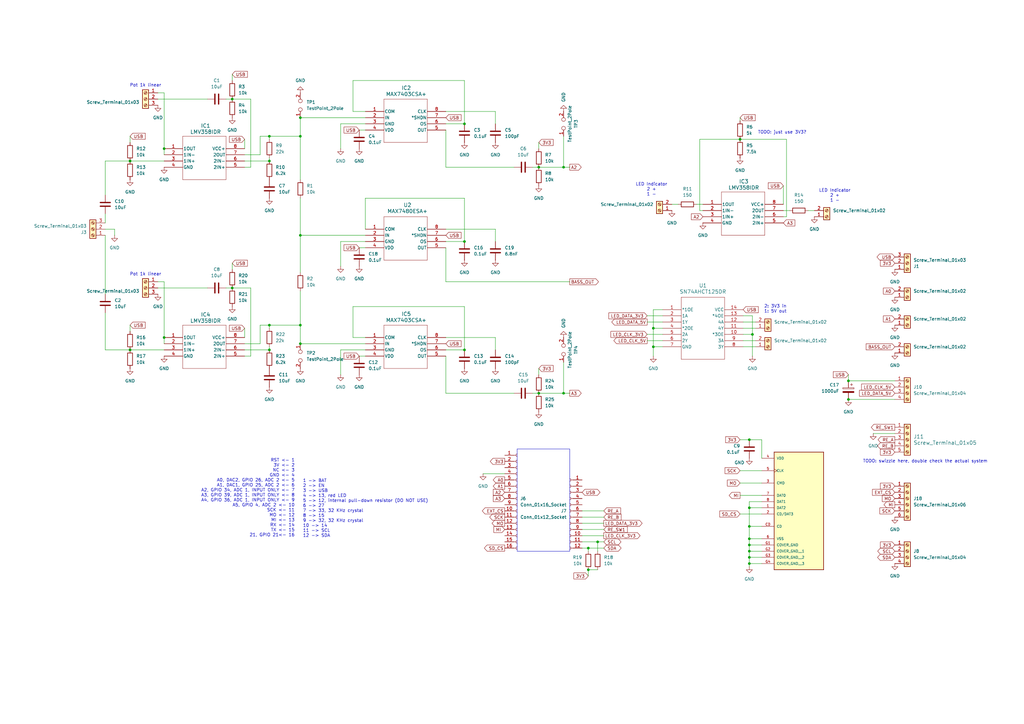
<source format=kicad_sch>
(kicad_sch (version 20231120) (generator "eeschema") (generator_version "8.0")
  (paper "A3")
  (junction (at 220.98 161.29))
  (junction (at 307.34 215.9))
  (junction (at 95.25 118.11))
  (junction (at 303.53 57.15))
  (junction (at 347.98 156.21))
  (junction (at 308.61 137.16))
  (junction (at 67.31 138.43))
  (junction (at 347.98 163.83))
  (junction (at 220.98 68.58))
  (junction (at 231.14 68.58))
  (junction (at 110.49 66.04))
  (junction (at 110.49 55.88))
  (junction (at 123.19 55.88))
  (junction (at 267.97 142.24))
  (junction (at 123.19 96.52))
  (junction (at 190.5 50.8))
  (junction (at 245.11 222.25))
  (junction (at 307.34 208.28))
  (junction (at 53.34 143.51))
  (junction (at 110.49 133.35))
  (junction (at 123.19 133.35))
  (junction (at 53.34 66.04))
  (junction (at 241.3 224.79))
  (junction (at 123.19 140.97))
  (junction (at 307.34 231.14))
  (junction (at 267.97 134.62))
  (junction (at 307.34 228.6))
  (junction (at 241.3 233.68))
  (junction (at 231.14 161.29))
  (junction (at 110.49 143.51))
  (junction (at 190.5 99.06))
  (junction (at 123.19 48.26))
  (junction (at 67.31 60.96))
  (junction (at 307.34 180.34))
  (junction (at 95.25 40.64))
  (junction (at 307.34 220.98))
  (junction (at 307.34 223.52))
  (junction (at 190.5 143.51))
  (junction (at 307.34 226.06))
  (wire (pts (xy 231.14 68.58) (xy 233.68 68.58)))
  (wire (pts (xy 67.31 115.57) (xy 64.77 115.57)))
  (wire (pts (xy 106.68 55.88) (xy 106.68 63.5)))
  (wire (pts (xy 238.76 224.79) (xy 241.3 224.79)))
  (wire (pts (xy 231.14 55.88) (xy 231.14 68.58)))
  (wire (pts (xy 149.86 81.28) (xy 190.5 81.28)))
  (wire (pts (xy 123.19 96.52) (xy 123.19 111.76)))
  (wire (pts (xy 347.98 153.67) (xy 347.98 156.21)))
  (wire (pts (xy 95.25 118.11) (xy 102.87 118.11)))
  (wire (pts (xy 322.58 88.9) (xy 321.31 88.9)))
  (wire (pts (xy 265.43 132.08) (xy 271.78 132.08)))
  (wire (pts (xy 106.68 133.35) (xy 106.68 140.97)))
  (wire (pts (xy 271.78 127) (xy 267.97 127)))
  (wire (pts (xy 43.18 143.51) (xy 53.34 143.51)))
  (wire (pts (xy 303.53 180.34) (xy 307.34 180.34)))
  (wire (pts (xy 53.34 66.04) (xy 67.31 66.04)))
  (wire (pts (xy 95.25 40.64) (xy 102.87 40.64)))
  (wire (pts (xy 182.88 68.58) (xy 210.82 68.58)))
  (wire (pts (xy 265.43 137.16) (xy 271.78 137.16)))
  (wire (pts (xy 220.98 58.42) (xy 220.98 60.96)))
  (wire (pts (xy 307.34 215.9) (xy 312.42 215.9)))
  (wire (pts (xy 238.76 219.71) (xy 247.65 219.71)))
  (wire (pts (xy 190.5 81.28) (xy 190.5 99.06)))
  (wire (pts (xy 308.61 146.05) (xy 308.61 137.16)))
  (wire (pts (xy 123.19 140.97) (xy 123.19 133.35)))
  (wire (pts (xy 144.78 125.73) (xy 190.5 125.73)))
  (wire (pts (xy 123.19 96.52) (xy 123.19 81.28)))
  (wire (pts (xy 182.88 53.34) (xy 182.88 68.58)))
  (wire (pts (xy 182.88 143.51) (xy 190.5 143.51)))
  (wire (pts (xy 182.88 99.06) (xy 190.5 99.06)))
  (wire (pts (xy 307.34 205.74) (xy 312.42 205.74)))
  (wire (pts (xy 203.2 138.43) (xy 203.2 143.51)))
  (wire (pts (xy 100.33 66.04) (xy 110.49 66.04)))
  (wire (pts (xy 182.88 50.8) (xy 190.5 50.8)))
  (wire (pts (xy 144.78 45.72) (xy 149.86 45.72)))
  (wire (pts (xy 64.77 118.11) (xy 85.09 118.11)))
  (wire (pts (xy 144.78 138.43) (xy 149.86 138.43)))
  (wire (pts (xy 265.43 139.7) (xy 271.78 139.7)))
  (wire (pts (xy 67.31 60.96) (xy 67.31 63.5)))
  (wire (pts (xy 67.31 60.96) (xy 67.31 38.1)))
  (wire (pts (xy 309.88 139.7) (xy 304.8 139.7)))
  (wire (pts (xy 123.19 48.26) (xy 149.86 48.26)))
  (wire (pts (xy 307.34 231.14) (xy 307.34 228.6)))
  (wire (pts (xy 182.88 45.72) (xy 203.2 45.72)))
  (wire (pts (xy 95.25 40.64) (xy 92.71 40.64)))
  (wire (pts (xy 307.34 205.74) (xy 307.34 208.28)))
  (wire (pts (xy 287.02 86.36) (xy 287.02 57.15)))
  (wire (pts (xy 46.99 93.98) (xy 43.18 93.98)))
  (wire (pts (xy 102.87 146.05) (xy 100.33 146.05)))
  (wire (pts (xy 307.34 228.6) (xy 307.34 226.06)))
  (wire (pts (xy 147.32 146.05) (xy 149.86 146.05)))
  (wire (pts (xy 303.53 48.26) (xy 303.53 49.53)))
  (wire (pts (xy 307.34 208.28) (xy 312.42 208.28)))
  (wire (pts (xy 307.34 208.28) (xy 307.34 215.9)))
  (wire (pts (xy 106.68 133.35) (xy 110.49 133.35)))
  (wire (pts (xy 106.68 55.88) (xy 110.49 55.88)))
  (wire (pts (xy 267.97 134.62) (xy 271.78 134.62)))
  (wire (pts (xy 307.34 231.14) (xy 312.42 231.14)))
  (wire (pts (xy 95.25 118.11) (xy 92.71 118.11)))
  (wire (pts (xy 53.34 143.51) (xy 67.31 143.51)))
  (wire (pts (xy 53.34 133.35) (xy 53.34 135.89)))
  (wire (pts (xy 102.87 40.64) (xy 102.87 68.58)))
  (wire (pts (xy 123.19 55.88) (xy 123.19 73.66)))
  (wire (pts (xy 149.86 93.98) (xy 149.86 81.28)))
  (wire (pts (xy 182.88 146.05) (xy 182.88 161.29)))
  (wire (pts (xy 123.19 48.26) (xy 123.19 55.88)))
  (wire (pts (xy 67.31 138.43) (xy 67.31 140.97)))
  (wire (pts (xy 43.18 66.04) (xy 43.18 80.01)))
  (wire (pts (xy 220.98 161.29) (xy 231.14 161.29)))
  (wire (pts (xy 203.2 93.98) (xy 203.2 99.06)))
  (wire (pts (xy 307.34 180.34) (xy 312.42 180.34)))
  (wire (pts (xy 43.18 96.52) (xy 43.18 120.65)))
  (wire (pts (xy 307.34 228.6) (xy 312.42 228.6)))
  (wire (pts (xy 67.31 138.43) (xy 67.31 115.57)))
  (wire (pts (xy 139.7 50.8) (xy 139.7 60.96)))
  (wire (pts (xy 308.61 129.54) (xy 308.61 137.16)))
  (wire (pts (xy 308.61 137.16) (xy 304.8 137.16)))
  (wire (pts (xy 144.78 33.02) (xy 190.5 33.02)))
  (wire (pts (xy 182.88 115.57) (xy 233.68 115.57)))
  (wire (pts (xy 198.12 194.31) (xy 207.01 194.31)))
  (wire (pts (xy 265.43 129.54) (xy 271.78 129.54)))
  (wire (pts (xy 190.5 33.02) (xy 190.5 50.8)))
  (wire (pts (xy 247.65 214.63) (xy 238.76 214.63)))
  (wire (pts (xy 110.49 142.24) (xy 110.49 143.51)))
  (wire (pts (xy 149.86 50.8) (xy 139.7 50.8)))
  (wire (pts (xy 288.29 86.36) (xy 287.02 86.36)))
  (wire (pts (xy 307.34 232.41) (xy 307.34 231.14)))
  (wire (pts (xy 139.7 99.06) (xy 149.86 99.06)))
  (wire (pts (xy 123.19 96.52) (xy 149.86 96.52)))
  (wire (pts (xy 307.34 226.06) (xy 312.42 226.06)))
  (wire (pts (xy 149.86 143.51) (xy 139.7 143.51)))
  (wire (pts (xy 182.88 138.43) (xy 203.2 138.43)))
  (wire (pts (xy 64.77 40.64) (xy 85.09 40.64)))
  (wire (pts (xy 245.11 222.25) (xy 245.11 226.06)))
  (wire (pts (xy 190.5 125.73) (xy 190.5 143.51)))
  (wire (pts (xy 307.34 223.52) (xy 307.34 220.98)))
  (wire (pts (xy 106.68 140.97) (xy 100.33 140.97)))
  (wire (pts (xy 100.33 57.15) (xy 100.33 60.96)))
  (wire (pts (xy 307.34 223.52) (xy 312.42 223.52)))
  (wire (pts (xy 312.42 180.34) (xy 312.42 187.96)))
  (wire (pts (xy 144.78 138.43) (xy 144.78 125.73)))
  (wire (pts (xy 220.98 151.13) (xy 220.98 153.67)))
  (wire (pts (xy 231.14 148.59) (xy 231.14 161.29)))
  (wire (pts (xy 46.99 96.52) (xy 46.99 93.98)))
  (wire (pts (xy 245.11 222.25) (xy 247.65 222.25)))
  (wire (pts (xy 241.3 233.68) (xy 241.3 236.22)))
  (wire (pts (xy 123.19 119.38) (xy 123.19 133.35)))
  (wire (pts (xy 267.97 142.24) (xy 271.78 142.24)))
  (wire (pts (xy 358.14 177.8) (xy 367.03 177.8)))
  (wire (pts (xy 267.97 134.62) (xy 267.97 142.24)))
  (wire (pts (xy 182.88 93.98) (xy 203.2 93.98)))
  (wire (pts (xy 303.53 210.82) (xy 312.42 210.82)))
  (wire (pts (xy 100.33 143.51) (xy 110.49 143.51)))
  (wire (pts (xy 307.34 215.9) (xy 307.34 220.98)))
  (wire (pts (xy 220.98 68.58) (xy 218.44 68.58)))
  (wire (pts (xy 285.75 83.82) (xy 288.29 83.82)))
  (wire (pts (xy 95.25 107.95) (xy 95.25 110.49)))
  (wire (pts (xy 238.76 212.09) (xy 247.65 212.09)))
  (wire (pts (xy 347.98 163.83) (xy 367.03 163.83)))
  (wire (pts (xy 241.3 224.79) (xy 241.3 226.06)))
  (wire (pts (xy 43.18 87.63) (xy 43.18 91.44)))
  (wire (pts (xy 182.88 161.29) (xy 210.82 161.29)))
  (wire (pts (xy 321.31 76.2) (xy 321.31 83.82)))
  (wire (pts (xy 231.14 161.29) (xy 233.68 161.29)))
  (wire (pts (xy 220.98 161.29) (xy 218.44 161.29)))
  (wire (pts (xy 334.01 86.36) (xy 331.47 86.36)))
  (wire (pts (xy 303.53 198.12) (xy 312.42 198.12)))
  (wire (pts (xy 303.53 193.04) (xy 312.42 193.04)))
  (wire (pts (xy 43.18 128.27) (xy 43.18 143.51)))
  (wire (pts (xy 139.7 143.51) (xy 139.7 153.67)))
  (wire (pts (xy 287.02 57.15) (xy 303.53 57.15)))
  (wire (pts (xy 220.98 68.58) (xy 231.14 68.58)))
  (wire (pts (xy 309.88 132.08) (xy 304.8 132.08)))
  (wire (pts (xy 110.49 57.15) (xy 110.49 55.88)))
  (wire (pts (xy 182.88 115.57) (xy 182.88 101.6)))
  (wire (pts (xy 307.34 226.06) (xy 307.34 223.52)))
  (wire (pts (xy 275.59 83.82) (xy 278.13 83.82)))
  (wire (pts (xy 149.86 101.6) (xy 147.32 101.6)))
  (wire (pts (xy 307.34 220.98) (xy 312.42 220.98)))
  (wire (pts (xy 67.31 38.1) (xy 64.77 38.1)))
  (wire (pts (xy 304.8 129.54) (xy 308.61 129.54)))
  (wire (pts (xy 203.2 45.72) (xy 203.2 50.8)))
  (wire (pts (xy 309.88 134.62) (xy 304.8 134.62)))
  (wire (pts (xy 241.3 233.68) (xy 245.11 233.68)))
  (wire (pts (xy 303.53 203.2) (xy 312.42 203.2)))
  (wire (pts (xy 241.3 224.79) (xy 247.65 224.79)))
  (wire (pts (xy 53.34 55.88) (xy 53.34 58.42)))
  (wire (pts (xy 95.25 30.48) (xy 95.25 33.02)))
  (wire (pts (xy 110.49 133.35) (xy 123.19 133.35)))
  (wire (pts (xy 238.76 217.17) (xy 247.65 217.17)))
  (wire (pts (xy 347.98 156.21) (xy 367.03 156.21)))
  (wire (pts (xy 110.49 134.62) (xy 110.49 133.35)))
  (wire (pts (xy 110.49 64.77) (xy 110.49 66.04)))
  (wire (pts (xy 309.88 142.24) (xy 304.8 142.24)))
  (wire (pts (xy 43.18 66.04) (xy 53.34 66.04)))
  (wire (pts (xy 238.76 222.25) (xy 245.11 222.25)))
  (wire (pts (xy 139.7 109.22) (xy 139.7 99.06)))
  (wire (pts (xy 123.19 55.88) (xy 110.49 55.88)))
  (wire (pts (xy 323.85 86.36) (xy 321.31 86.36)))
  (wire (pts (xy 147.32 53.34) (xy 149.86 53.34)))
  (wire (pts (xy 144.78 45.72) (xy 144.78 33.02)))
  (wire (pts (xy 100.33 134.62) (xy 100.33 138.43)))
  (wire (pts (xy 322.58 57.15) (xy 322.58 88.9)))
  (wire (pts (xy 303.53 57.15) (xy 322.58 57.15)))
  (wire (pts (xy 102.87 118.11) (xy 102.87 146.05)))
  (wire (pts (xy 267.97 146.05) (xy 267.97 142.24)))
  (wire (pts (xy 106.68 63.5) (xy 100.33 63.5)))
  (wire (pts (xy 238.76 209.55) (xy 247.65 209.55)))
  (wire (pts (xy 123.19 140.97) (xy 149.86 140.97)))
  (wire (pts (xy 102.87 68.58) (xy 100.33 68.58)))
  (wire (pts (xy 267.97 127) (xy 267.97 134.62)))
  (rectangle (start 212.09 184.15) (end 233.68 226.06))
  (text "LED Indicator\n2 +\n1 -" (at 342.392 80.264 0) (effects (font (size 1.27 1.27))))
  (text "Pot 1k linear" (at 59.69 112.522 0) (effects (font (size 1.27 1.27))))
  (text "RST <- 1\n3V <- 2\nNC <- 3\nGND <- 4\nA0, DAC2, GPIO 26, ADC 2 <- 5\nA1, DAC1, GPIO 25, ADC 2 <- 6\nA2, GPIO 34, ADC 1, INPUT ONLY <- 7\nA3, GPIO 39, ADC 1, INPUT ONLY <- 8\nA4, GPIO 36, ADC 1, INPUT ONLY <- 9\nA5, GPIO 4, ADC 2 <- 10\nSCK <- 11\nMO <- 12\nMI <- 13\nRX <- 14\nTX <- 15\n21, GPIO 21<- 16" (at 120.904 204.216 0) (effects (font (size 1.27 1.27)) (justify right)))
  (text "TODO: swizzle here, double check the actual system" (at 379.476 189.23 0) (effects (font (size 1.27 1.27))))
  (text "Pot 1k linear" (at 59.69 35.052 0) (effects (font (size 1.27 1.27))))
  (text "1 -> BAT\n2 -> EN\n3 -> USB\n4 -> 13, red LED\n5 -> 12, internal pull-down resistor (DO NOT USE)\n6 -> 27\n7 -> 33, 32 KHz crystal\n8 -> 15\n9 -> 32, 32 KHz crystal\n10 -> 14\n11 -> SCL\n12 -> SDA" (at 124.206 208.534 0) (effects (font (size 1.27 1.27)) (justify left)))
  (text "2: 3V3 in\n1: 5V out" (at 318.008 126.746 0) (effects (font (size 1.27 1.27))))
  (text "TODO: just use 3V3?" (at 320.802 54.356 0) (effects (font (size 1.27 1.27))))
  (text "LED Indicator\n2 +\n1 -" (at 267.208 77.724 0) (effects (font (size 1.27 1.27))))
  (global_label "SD_CS" (shape output) (at 207.01 224.79 180) (property "Intersheetrefs" "${INTERSHEET_REFS}" (effects (hide yes))))
  (global_label "SCL" (shape bidirectional) (at 367.03 226.06 180) (property "Intersheetrefs" "${INTERSHEET_REFS}" (effects (hide yes))))
  (global_label "RE_SW1" (shape input) (at 247.65 217.17 0) (property "Intersheetrefs" "${INTERSHEET_REFS}" (effects (hide yes))))
  (global_label "USB" (shape input) (at 304.8 127 0) (property "Intersheetrefs" "${INTERSHEET_REFS}" (effects (hide yes))))
  (global_label "LED_CLK_3V3" (shape output) (at 247.65 219.71 0) (property "Intersheetrefs" "${INTERSHEET_REFS}" (effects (hide yes))))
  (global_label "USB" (shape input) (at 53.34 133.35 0) (property "Intersheetrefs" "${INTERSHEET_REFS}" (effects (hide yes))))
  (global_label "3V3" (shape input) (at 367.03 199.39 180) (property "Intersheetrefs" "${INTERSHEET_REFS}" (effects (hide yes))))
  (global_label "USB" (shape input) (at 347.98 153.67 180) (property "Intersheetrefs" "${INTERSHEET_REFS}" (effects (hide yes))))
  (global_label "USB" (shape input) (at 100.33 134.62 180) (property "Intersheetrefs" "${INTERSHEET_REFS}" (effects (hide yes))))
  (global_label "A2" (shape input) (at 207.01 201.93 180) (property "Intersheetrefs" "${INTERSHEET_REFS}" (effects (hide yes))))
  (global_label "SD_CS" (shape input) (at 303.53 210.82 180) (property "Intersheetrefs" "${INTERSHEET_REFS}" (effects (hide yes))))
  (global_label "LED_DATA_3V3" (shape input) (at 265.43 129.54 180) (property "Intersheetrefs" "${INTERSHEET_REFS}" (effects (hide yes))))
  (global_label "RE_B" (shape input) (at 247.65 212.09 0) (property "Intersheetrefs" "${INTERSHEET_REFS}" (effects (hide yes))))
  (global_label "SCK" (shape input) (at 303.53 193.04 180) (property "Intersheetrefs" "${INTERSHEET_REFS}" (effects (hide yes))))
  (global_label "LED_DATA_5V" (shape output) (at 265.43 132.08 180) (property "Intersheetrefs" "${INTERSHEET_REFS}" (effects (hide yes))))
  (global_label "USB" (shape input) (at 182.88 96.52 0) (property "Intersheetrefs" "${INTERSHEET_REFS}" (effects (hide yes))))
  (global_label "RE_A" (shape output) (at 367.03 180.34 180) (property "Intersheetrefs" "${INTERSHEET_REFS}" (effects (hide yes))))
  (global_label "RE_B" (shape output) (at 367.03 182.88 180) (property "Intersheetrefs" "${INTERSHEET_REFS}" (effects (hide yes))))
  (global_label "3V3" (shape input) (at 367.03 107.95 180) (property "Intersheetrefs" "${INTERSHEET_REFS}" (effects (hide yes))))
  (global_label "RE_A" (shape input) (at 247.65 209.55 0) (property "Intersheetrefs" "${INTERSHEET_REFS}" (effects (hide yes))))
  (global_label "3V3" (shape input) (at 220.98 58.42 0) (property "Intersheetrefs" "${INTERSHEET_REFS}" (effects (hide yes))))
  (global_label "BASS_OUT" (shape input) (at 367.03 142.24 180) (property "Intersheetrefs" "${INTERSHEET_REFS}" (effects (hide yes))))
  (global_label "A3" (shape input) (at 207.01 204.47 180) (property "Intersheetrefs" "${INTERSHEET_REFS}" (effects (hide yes))))
  (global_label "3V3" (shape input) (at 367.03 185.42 180) (property "Intersheetrefs" "${INTERSHEET_REFS}" (effects (hide yes))))
  (global_label "LED_CLK_3V3" (shape input) (at 265.43 137.16 180) (property "Intersheetrefs" "${INTERSHEET_REFS}" (effects (hide yes))))
  (global_label "3V3" (shape input) (at 303.53 180.34 180) (property "Intersheetrefs" "${INTERSHEET_REFS}" (effects (hide yes))))
  (global_label "USB" (shape input) (at 147.32 146.05 180) (property "Intersheetrefs" "${INTERSHEET_REFS}" (effects (hide yes))))
  (global_label "RE_SW1" (shape output) (at 367.03 175.26 180) (property "Intersheetrefs" "${INTERSHEET_REFS}" (effects (hide yes))))
  (global_label "3V3" (shape input) (at 367.03 223.52 180) (property "Intersheetrefs" "${INTERSHEET_REFS}" (effects (hide yes))))
  (global_label "EXT_CS" (shape input) (at 367.03 201.93 180) (property "Intersheetrefs" "${INTERSHEET_REFS}" (effects (hide yes))))
  (global_label "USB" (shape input) (at 95.25 107.95 0) (property "Intersheetrefs" "${INTERSHEET_REFS}" (effects (hide yes))))
  (global_label "USB" (shape input) (at 147.32 101.6 180) (property "Intersheetrefs" "${INTERSHEET_REFS}" (effects (hide yes))))
  (global_label "USB" (shape input) (at 147.32 53.34 180) (property "Intersheetrefs" "${INTERSHEET_REFS}" (effects (hide yes))))
  (global_label "USB" (shape input) (at 321.31 76.2 180) (property "Intersheetrefs" "${INTERSHEET_REFS}" (effects (hide yes))))
  (global_label "LED_CLK_5V" (shape output) (at 265.43 139.7 180) (property "Intersheetrefs" "${INTERSHEET_REFS}" (effects (hide yes))))
  (global_label "USB" (shape input) (at 182.88 140.97 0) (property "Intersheetrefs" "${INTERSHEET_REFS}" (effects (hide yes))))
  (global_label "USB" (shape input) (at 100.33 57.15 180) (property "Intersheetrefs" "${INTERSHEET_REFS}" (effects (hide yes))))
  (global_label "USB" (shape input) (at 95.25 30.48 0) (property "Intersheetrefs" "${INTERSHEET_REFS}" (effects (hide yes))))
  (global_label "A1" (shape output) (at 207.01 199.39 180) (property "Intersheetrefs" "${INTERSHEET_REFS}" (effects (hide yes))))
  (global_label "A2" (shape output) (at 233.68 68.58 0) (property "Intersheetrefs" "${INTERSHEET_REFS}" (effects (hide yes))))
  (global_label "USB" (shape input) (at 182.88 48.26 0) (property "Intersheetrefs" "${INTERSHEET_REFS}" (effects (hide yes))))
  (global_label "LED_CLK_5V" (shape input) (at 367.03 158.75 180) (property "Intersheetrefs" "${INTERSHEET_REFS}" (effects (hide yes))))
  (global_label "USB" (shape input) (at 53.34 55.88 0) (property "Intersheetrefs" "${INTERSHEET_REFS}" (effects (hide yes))))
  (global_label "MI" (shape input) (at 207.01 217.17 180) (property "Intersheetrefs" "${INTERSHEET_REFS}" (effects (hide yes))))
  (global_label "A3" (shape output) (at 233.68 161.29 0) (property "Intersheetrefs" "${INTERSHEET_REFS}" (effects (hide yes))))
  (global_label "A0" (shape output) (at 207.01 196.85 180) (property "Intersheetrefs" "${INTERSHEET_REFS}" (effects (hide yes))))
  (global_label "LED_DATA_3V3" (shape output) (at 247.65 214.63 0) (property "Intersheetrefs" "${INTERSHEET_REFS}" (effects (hide yes))))
  (global_label "A2" (shape input) (at 288.29 88.9 180) (property "Intersheetrefs" "${INTERSHEET_REFS}" (effects (hide yes))))
  (global_label "USB" (shape input) (at 303.53 48.26 0) (property "Intersheetrefs" "${INTERSHEET_REFS}" (effects (hide yes))))
  (global_label "USB" (shape bidirectional) (at 367.03 105.41 180) (property "Intersheetrefs" "${INTERSHEET_REFS}" (effects (hide yes))))
  (global_label "SDA" (shape bidirectional) (at 367.03 228.6 180) (property "Intersheetrefs" "${INTERSHEET_REFS}" (effects (hide yes))))
  (global_label "MI" (shape output) (at 367.03 207.01 180) (property "Intersheetrefs" "${INTERSHEET_REFS}" (effects (hide yes))))
  (global_label "MO" (shape input) (at 303.53 198.12 180) (property "Intersheetrefs" "${INTERSHEET_REFS}" (effects (hide yes))))
  (global_label "3V3" (shape output) (at 207.01 189.23 180) (property "Intersheetrefs" "${INTERSHEET_REFS}" (effects (hide yes))))
  (global_label "3V3" (shape input) (at 241.3 236.22 180) (property "Intersheetrefs" "${INTERSHEET_REFS}" (effects (hide yes))))
  (global_label "BASS_OUT" (shape output) (at 233.68 115.57 0) (property "Intersheetrefs" "${INTERSHEET_REFS}" (effects (hide yes))))
  (global_label "USB" (shape bidirectional) (at 238.76 201.93 0) (property "Intersheetrefs" "${INTERSHEET_REFS}" (effects (hide yes))))
  (global_label "MO" (shape output) (at 207.01 214.63 180) (property "Intersheetrefs" "${INTERSHEET_REFS}" (effects (hide yes))))
  (global_label "LED_DATA_5V" (shape input) (at 367.03 161.29 180) (property "Intersheetrefs" "${INTERSHEET_REFS}" (effects (hide yes))))
  (global_label "SCK" (shape output) (at 207.01 212.09 180) (property "Intersheetrefs" "${INTERSHEET_REFS}" (effects (hide yes))))
  (global_label "MI" (shape output) (at 303.53 203.2 180) (property "Intersheetrefs" "${INTERSHEET_REFS}" (effects (hide yes))))
  (global_label "SDA" (shape bidirectional) (at 247.65 224.79 0) (property "Intersheetrefs" "${INTERSHEET_REFS}" (effects (hide yes))))
  (global_label "A3" (shape input) (at 321.31 91.44 0) (property "Intersheetrefs" "${INTERSHEET_REFS}" (effects (hide yes))))
  (global_label "SCL" (shape bidirectional) (at 247.65 222.25 0) (property "Intersheetrefs" "${INTERSHEET_REFS}" (effects (hide yes))))
  (global_label "EXT_CS" (shape output) (at 207.01 209.55 180) (property "Intersheetrefs" "${INTERSHEET_REFS}" (effects (hide yes))))
  (global_label "SCK" (shape input) (at 367.03 209.55 180) (property "Intersheetrefs" "${INTERSHEET_REFS}" (effects (hide yes))))
  (global_label "MO" (shape input) (at 367.03 204.47 180) (property "Intersheetrefs" "${INTERSHEET_REFS}" (effects (hide yes))))
  (global_label "A1" (shape input) (at 367.03 130.81 180) (property "Intersheetrefs" "${INTERSHEET_REFS}" (effects (hide yes))))
  (global_label "3V3" (shape input) (at 220.98 151.13 0) (property "Intersheetrefs" "${INTERSHEET_REFS}" (effects (hide yes))))
  (global_label "A0" (shape input) (at 367.03 119.38 180) (property "Intersheetrefs" "${INTERSHEET_REFS}" (effects (hide yes))))
  (symbol (lib_id "Device:R") (at 303.53 53.34 0) (unit 1)
    (property "Reference" "R6" (at 306.07 52.0699 0) (effects (justify left)))
    (property "Value" "5k" (at 306.07 54.6099 0) (effects (justify left)))
    (property "Footprint" "Resistor_SMD:R_1206_3216Metric" (effects (hide yes)))
    (property "Datasheet" "https://www.digikey.com/en/products/detail/yageo/RT1206BRD075KL/5936961" (effects (hide yes)))
    (property "Description" "Resistor" (effects (hide yes)))
    (property "01-10-25 order" "10" (effects (hide yes)))
    (property "In Stock 01-15-25" "9" (effects (hide yes)))
    (property "4 boards" "4" (effects (hide yes)))
    (property "To Order 01-17-25" "0" (effects (hide yes)))
    (property "In Stock 01-31-25" "8" (effects (hide yes)))
  )
  (symbol (lib_id "Connector:Screw_Terminal_01x02") (at 314.96 134.62 0) (mirror x) (unit 1)
    (property "Reference" "J2" (effects (hide yes)))
    (property "Value" "Screw_Terminal_01x02" (at 317.5 132.0801 0) (effects (justify left)))
    (property "Footprint" "TerminalBlock_TE-Connectivity:TerminalBlock_TE_282834-2_1x02_P2.54mm_Horizontal" (effects (hide yes)))
    (property "Datasheet" "https://www.digikey.com/en/products/detail/te-connectivity-amp-connectors/282834-2/1150135" (effects (hide yes)))
    (property "Description" "Generic screw terminal, single row, 01x02, script generated (kicad-library-utils/schlib/autogen/connector/)" (effects (hide yes)))
    (property "01-10-25 order" "5" (effects (hide yes)))
    (property "In Stock 01-15-25" "3" (effects (hide yes)))
    (property "4 boards" "20" (effects (hide yes)))
    (property "To Order 01-17-25" "17" (effects (hide yes)))
    (property "In Stock 01-31-25" "9" (effects (hide yes)))
  )
  (symbol (lib_id "Device:R") (at 220.98 157.48 0) (unit 1)
    (property "Reference" "R24" (at 223.52 156.2099 0) (effects (justify left)))
    (property "Value" "10k" (at 223.52 158.7499 0) (effects (justify left)))
    (property "Footprint" "Resistor_SMD:R_1206_3216Metric" (effects (hide yes)))
    (property "Datasheet" "https://www.digikey.com/en/products/detail/yageo/RC1206FR-0710KL/728483" (effects (hide yes)))
    (property "Description" "Resistor" (effects (hide yes)))
    (property "01-10-25 order" "20" (effects (hide yes)))
    (property "In Stock 01-15-25" "10" (effects (hide yes)))
    (property "4 boards" "40" (effects (hide yes)))
    (property "To Order 01-17-25" "30" (effects (hide yes)))
    (property "In Stock 01-31-25" "30" (effects (hide yes)))
  )
  (symbol (lib_id "Connector:Screw_Terminal_01x06") (at 372.11 204.47 0) (unit 1)
    (property "Reference" "J18" (at 374.65 204.4699 0) (effects (justify left)))
    (property "Value" "Screw_Terminal_01x06" (at 374.65 207.0099 0) (effects (justify left)))
    (property "Footprint" "TerminalBlock_TE-Connectivity:TerminalBlock_TE_282834-6_1x06_P2.54mm_Horizontal" (effects (hide yes)))
    (property "Datasheet" "https://www.digikey.com/en/products/detail/te-connectivity-amp-connectors/282834-6/1153267?s=N4IgTCBcDa4BxjgZgCwFoBsIC6BfIA" (effects (hide yes)))
    (property "Description" "Generic screw terminal, single row, 01x06, script generated (kicad-library-utils/schlib/autogen/connector/)" (effects (hide yes)))
    (property "In Stock 01-31-25" "0" (effects (hide yes)))
  )
  (symbol (lib_id "power:GND") (at 288.29 91.44 0) (unit 1)
    (property "Reference" "#PWR04" (effects (hide yes)))
    (property "Value" "GND" (at 288.29 96.52 0))
    (property "Description" "Power symbol creates a global label with name \"GND\" , ground" (effects (hide yes)))
  )
  (symbol (lib_id "Device:C") (at 203.2 54.61 180) (unit 1)
    (property "Reference" "C5" (at 207.01 53.3399 0) (effects (justify right)))
    (property "Value" "100pF" (at 207.01 55.8799 0) (effects (justify right)))
    (property "Footprint" "Capacitor_SMD:C_0805_2012Metric" (effects (hide yes)))
    (property "Datasheet" "https://www.digikey.com/en/products/detail/yageo/CC0805JRNPO9BN101/302845" (effects (hide yes)))
    (property "Description" "Unpolarized capacitor" (effects (hide yes)))
    (property "01-10-25 order" "10" (effects (hide yes)))
    (property "In Stock 01-15-25" "9" (effects (hide yes)))
    (property "4 boards" "4" (effects (hide yes)))
    (property "To Order 01-17-25" "0" (effects (hide yes)))
    (property "In Stock 01-31-25" "8" (effects (hide yes)))
  )
  (symbol (lib_id "Device:C") (at 214.63 68.58 270) (unit 1)
    (property "Reference" "C6" (at 214.63 60.96 90))
    (property "Value" "10uF" (at 214.63 63.5 90))
    (property "Footprint" "Capacitor_SMD:C_0805_2012Metric" (effects (hide yes)))
    (property "Datasheet" "https://www.digikey.com/en/products/detail/yageo/CC0805ZKY5V6BB106/2103093" (effects (hide yes)))
    (property "Description" "Unpolarized capacitor" (effects (hide yes)))
    (property "01-10-25 order" "10" (effects (hide yes)))
    (property "In Stock 01-15-25" "6" (effects (hide yes)))
    (property "4 boards" "16" (effects (hide yes)))
    (property "To Order 01-17-25" "10" (effects (hide yes)))
    (property "In Stock 01-31-25" "12" (effects (hide yes)))
  )
  (symbol (lib_id "power:GND") (at 139.7 60.96 0) (unit 1)
    (property "Reference" "#PWR09" (effects (hide yes)))
    (property "Value" "GND" (at 139.7 66.04 0))
    (property "Description" "Power symbol creates a global label with name \"GND\" , ground" (effects (hide yes)))
  )
  (symbol (lib_id "Connector:Screw_Terminal_01x02") (at 339.09 88.9 0) (mirror x) (unit 1)
    (property "Reference" "J15" (effects (hide yes)))
    (property "Value" "Screw_Terminal_01x02" (at 341.63 86.3601 0) (effects (justify left)))
    (property "Footprint" "TerminalBlock_TE-Connectivity:TerminalBlock_TE_282834-2_1x02_P2.54mm_Horizontal" (effects (hide yes)))
    (property "Datasheet" "https://www.digikey.com/en/products/detail/te-connectivity-amp-connectors/282834-2/1150135" (effects (hide yes)))
    (property "Description" "Generic screw terminal, single row, 01x02, script generated (kicad-library-utils/schlib/autogen/connector/)" (effects (hide yes)))
    (property "01-10-25 order" "5" (effects (hide yes)))
    (property "In Stock 01-15-25" "3" (effects (hide yes)))
    (property "4 boards" "20" (effects (hide yes)))
    (property "To Order 01-17-25" "17" (effects (hide yes)))
    (property "In Stock 01-31-25" "9" (effects (hide yes)))
  )
  (symbol (lib_id "power:GND") (at 203.2 58.42 0) (unit 1)
    (property "Reference" "#PWR010" (effects (hide yes)))
    (property "Value" "GND" (at 203.2 63.5 0))
    (property "Description" "Power symbol creates a global label with name \"GND\" , ground" (effects (hide yes)))
  )
  (symbol (lib_id "Device:C") (at 190.5 147.32 180) (unit 1)
    (property "Reference" "C13" (at 194.31 146.0499 0) (effects (justify right)))
    (property "Value" "0.1uF" (at 194.31 148.5899 0) (effects (justify right)))
    (property "Footprint" "Capacitor_SMD:C_0805_2012Metric" (effects (hide yes)))
    (property "Datasheet" "https://www.digikey.com/en/products/detail/yageo/CC0805KRX7R9BB104/302874" (effects (hide yes)))
    (property "Description" "Unpolarized capacitor" (effects (hide yes)))
    (property "01-10-25 order" "10" (effects (hide yes)))
    (property "In Stock 01-15-25" "5" (effects (hide yes)))
    (property "4 boards" "12" (effects (hide yes)))
    (property "To Order 01-17-25" "7" (effects (hide yes)))
    (property "In Stock 01-31-25" "10" (effects (hide yes)))
  )
  (symbol (lib_id "power:GND") (at 220.98 76.2 0) (unit 1)
    (property "Reference" "#PWR011" (effects (hide yes)))
    (property "Value" "GND" (at 220.98 81.28 0))
    (property "Description" "Power symbol creates a global label with name \"GND\" , ground" (effects (hide yes)))
  )
  (symbol (lib_id "power:GND") (at 275.59 86.36 0) (unit 1)
    (property "Reference" "#PWR06" (effects (hide yes)))
    (property "Value" "GND" (at 275.59 91.44 0))
    (property "Description" "Power symbol creates a global label with name \"GND\" , ground" (effects (hide yes)))
  )
  (symbol (lib_id "Device:R") (at 220.98 64.77 0) (unit 1)
    (property "Reference" "R7" (at 223.52 63.4999 0) (effects (justify left)))
    (property "Value" "10k" (at 223.52 66.0399 0) (effects (justify left)))
    (property "Footprint" "Resistor_SMD:R_1206_3216Metric" (effects (hide yes)))
    (property "Datasheet" "https://www.digikey.com/en/products/detail/yageo/RC1206FR-0710KL/728483" (effects (hide yes)))
    (property "Description" "Resistor" (effects (hide yes)))
    (property "01-10-25 order" "20" (effects (hide yes)))
    (property "In Stock 01-15-25" "10" (effects (hide yes)))
    (property "4 boards" "40" (effects (hide yes)))
    (property "To Order 01-17-25" "30" (effects (hide yes)))
    (property "In Stock 01-31-25" "30" (effects (hide yes)))
  )
  (symbol (lib_id "power:GND") (at 147.32 153.67 0) (unit 1)
    (property "Reference" "#PWR033" (effects (hide yes)))
    (property "Value" "GND" (at 147.32 158.75 0))
    (property "Description" "Power symbol creates a global label with name \"GND\" , ground" (effects (hide yes)))
  )
  (symbol (lib_id "power:GND") (at 334.01 88.9 0) (mirror y) (unit 1)
    (property "Reference" "#PWR024" (effects (hide yes)))
    (property "Value" "GND" (at 334.01 93.98 0))
    (property "Description" "Power symbol creates a global label with name \"GND\" , ground" (effects (hide yes)))
  )
  (symbol (lib_id "power:GND") (at 307.34 187.96 0) (unit 1)
    (property "Reference" "#PWR023" (effects (hide yes)))
    (property "Value" "GND" (at 303.276 189.738 0))
    (property "Description" "Power symbol creates a global label with name \"GND\" , ground" (effects (hide yes)))
  )
  (symbol (lib_id "Device:R") (at 110.49 147.32 180) (unit 1)
    (property "Reference" "R23" (at 113.03 146.0499 0) (effects (justify right)))
    (property "Value" "6.2k" (at 113.03 148.5899 0) (effects (justify right)))
    (property "Footprint" "Resistor_SMD:R_1206_3216Metric" (effects (hide yes)))
    (property "Datasheet" "https://www.digikey.com/en/products/detail/yageo/RC1206FR-076K2L/729016" (effects (hide yes)))
    (property "Description" "Resistor" (effects (hide yes)))
    (property "01-10-25 order" "10" (effects (hide yes)))
    (property "In Stock 01-15-25" "9" (effects (hide yes)))
    (property "4 boards" "4" (effects (hide yes)))
    (property "To Order 01-17-25" "0" (effects (hide yes)))
    (property "In Stock 01-31-25" "8" (effects (hide yes)))
  )
  (symbol (lib_id "Device:R") (at 327.66 86.36 270) (mirror x) (unit 1)
    (property "Reference" "R14" (at 327.66 80.01 90))
    (property "Value" "150" (at 327.66 82.55 90))
    (property "Footprint" "Resistor_SMD:R_1206_3216Metric" (effects (hide yes)))
    (property "Datasheet" "https://www.digikey.com/en/products/detail/yageo/RC1206JR-07150RL/729223" (effects (hide yes)))
    (property "Description" "Resistor" (effects (hide yes)))
    (property "01-10-25 order" "10" (effects (hide yes)))
    (property "In Stock 01-15-25" "9" (effects (hide yes)))
    (property "4 boards" "4" (effects (hide yes)))
    (property "To Order 01-17-25" "0" (effects (hide yes)))
    (property "In Stock 01-31-25" "8" (effects (hide yes)))
  )
  (symbol (lib_id "Device:C") (at 147.32 149.86 180) (unit 1)
    (property "Reference" "C12" (at 151.13 148.5899 0) (effects (justify right)))
    (property "Value" "0.1uF" (at 151.13 151.1299 0) (effects (justify right)))
    (property "Footprint" "Capacitor_SMD:C_0805_2012Metric" (effects (hide yes)))
    (property "Datasheet" "https://www.digikey.com/en/products/detail/yageo/CC0805KRX7R9BB104/302874" (effects (hide yes)))
    (property "Description" "Unpolarized capacitor" (effects (hide yes)))
    (property "01-10-25 order" "10" (effects (hide yes)))
    (property "In Stock 01-15-25" "5" (effects (hide yes)))
    (property "4 boards" "12" (effects (hide yes)))
    (property "To Order 01-17-25" "7" (effects (hide yes)))
    (property "In Stock 01-31-25" "10" (effects (hide yes)))
  )
  (symbol (lib_id "Device:R") (at 95.25 36.83 0) (unit 1)
    (property "Reference" "R3" (at 97.79 35.5599 0) (effects (justify left)))
    (property "Value" "10k" (at 97.79 38.0999 0) (effects (justify left)))
    (property "Footprint" "Resistor_SMD:R_1206_3216Metric" (effects (hide yes)))
    (property "Datasheet" "https://www.digikey.com/en/products/detail/yageo/RC1206FR-0710KL/728483" (effects (hide yes)))
    (property "Description" "Resistor" (effects (hide yes)))
    (property "01-10-25 order" "20" (effects (hide yes)))
    (property "In Stock 01-15-25" "10" (effects (hide yes)))
    (property "4 boards" "40" (effects (hide yes)))
    (property "To Order 01-17-25" "30" (effects (hide yes)))
    (property "In Stock 01-31-25" "30" (effects (hide yes)))
  )
  (symbol (lib_id "power:GND") (at 67.31 68.58 0) (unit 1)
    (property "Reference" "#PWR012" (effects (hide yes)))
    (property "Value" "GND" (at 67.31 73.66 0))
    (property "Description" "Power symbol creates a global label with name \"GND\" , ground" (effects (hide yes)))
  )
  (symbol (lib_id "power:GND") (at 367.03 133.35 0) (unit 1)
    (property "Reference" "#PWR020" (effects (hide yes)))
    (property "Value" "GND" (at 367.03 138.43 0))
    (property "Description" "Power symbol creates a global label with name \"GND\" , ground" (effects (hide yes)))
  )
  (symbol (lib_id "Connector:Screw_Terminal_01x03") (at 372.11 107.95 0) (mirror x) (unit 1)
    (property "Reference" "J1" (at 374.65 109.2201 0) (effects (justify left)))
    (property "Value" "Screw_Terminal_01x03" (at 374.65 106.6801 0) (effects (justify left)))
    (property "Footprint" "TerminalBlock_TE-Connectivity:TerminalBlock_TE_282834-3_1x03_P2.54mm_Horizontal" (effects (hide yes)))
    (property "Datasheet" "https://www.digikey.com/en/products/detail/te-connectivity-amp-connectors/282834-3/1153264" (effects (hide yes)))
    (property "Description" "Generic screw terminal, single row, 01x03, script generated (kicad-library-utils/schlib/autogen/connector/)" (effects (hide yes)))
    (property "01-10-25 order" "4" (effects (hide yes)))
    (property "In Stock 01-15-25" "1" (effects (hide yes)))
    (property "4 boards" "16" (effects (hide yes)))
    (property "To Order 01-17-25" "15" (effects (hide yes)))
    (property "In Stock 01-31-25" "12" (effects (hide yes)))
  )
  (symbol (lib_id "Device:R") (at 241.3 229.87 0) (mirror y) (unit 1)
    (property "Reference" "R19" (at 238.76 228.5999 0) (effects (justify left)))
    (property "Value" "10k" (at 238.76 231.1399 0) (effects (justify left)))
    (property "Footprint" "Resistor_SMD:R_1206_3216Metric" (effects (hide yes)))
    (property "Datasheet" "https://www.digikey.com/en/products/detail/yageo/RC1206FR-0710KL/728483" (effects (hide yes)))
    (property "Description" "Resistor" (effects (hide yes)))
    (property "01-10-25 order" "20" (effects (hide yes)))
    (property "In Stock 01-15-25" "10" (effects (hide yes)))
    (property "4 boards" "40" (effects (hide yes)))
    (property "To Order 01-17-25" "30" (effects (hide yes)))
    (property "In Stock 01-31-25" "30" (effects (hide yes)))
  )
  (symbol (lib_id "power:GND") (at 190.5 58.42 0) (unit 1)
    (property "Reference" "#PWR07" (effects (hide yes)))
    (property "Value" "GND" (at 190.5 63.5 0))
    (property "Description" "Power symbol creates a global label with name \"GND\" , ground" (effects (hide yes)))
  )
  (symbol (lib_id "Device:R") (at 110.49 60.96 180) (unit 1)
    (property "Reference" "R9" (at 113.03 59.6899 0) (effects (justify right)))
    (property "Value" "22k" (at 113.03 62.2299 0) (effects (justify right)))
    (property "Footprint" "Resistor_SMD:R_1206_3216Metric" (effects (hide yes)))
    (property "Datasheet" "https://www.digikey.com/en/products/detail/yageo/RC1206FR-0722KL/728688" (effects (hide yes)))
    (property "Description" "Resistor" (effects (hide yes)))
    (property "01-10-25 order" "10" (effects (hide yes)))
    (property "In Stock 01-15-25" "9" (effects (hide yes)))
    (property "4 boards" "4" (effects (hide yes)))
    (property "To Order 01-17-25" "0" (effects (hide yes)))
    (property "In Stock 01-31-25" "8" (effects (hide yes)))
  )
  (symbol (lib_id "power:GND") (at 67.31 146.05 0) (unit 1)
    (property "Reference" "#PWR029" (effects (hide yes)))
    (property "Value" "GND" (at 67.31 151.13 0))
    (property "Description" "Power symbol creates a global label with name \"GND\" , ground" (effects (hide yes)))
  )
  (symbol (lib_id "Device:C") (at 214.63 161.29 270) (unit 1)
    (property "Reference" "C15" (at 214.63 153.67 90))
    (property "Value" "10uF" (at 214.63 156.21 90))
    (property "Footprint" "Capacitor_SMD:C_0805_2012Metric" (effects (hide yes)))
    (property "Datasheet" "https://www.digikey.com/en/products/detail/yageo/CC0805ZKY5V6BB106/2103093" (effects (hide yes)))
    (property "Description" "Unpolarized capacitor" (effects (hide yes)))
    (property "01-10-25 order" "10" (effects (hide yes)))
    (property "In Stock 01-15-25" "6" (effects (hide yes)))
    (property "4 boards" "16" (effects (hide yes)))
    (property "To Order 01-17-25" "10" (effects (hide yes)))
    (property "In Stock 01-31-25" "12" (effects (hide yes)))
  )
  (symbol (lib_id "Device:R") (at 110.49 138.43 180) (unit 1)
    (property "Reference" "R22" (at 113.03 137.1599 0) (effects (justify right)))
    (property "Value" "22k" (at 113.03 139.6999 0) (effects (justify right)))
    (property "Footprint" "Resistor_SMD:R_1206_3216Metric" (effects (hide yes)))
    (property "Datasheet" "https://www.digikey.com/en/products/detail/yageo/RC1206FR-0722KL/728688" (effects (hide yes)))
    (property "Description" "Resistor" (effects (hide yes)))
    (property "01-10-25 order" "10" (effects (hide yes)))
    (property "In Stock 01-15-25" "9" (effects (hide yes)))
    (property "4 boards" "4" (effects (hide yes)))
    (property "To Order 01-17-25" "0" (effects (hide yes)))
    (property "In Stock 01-31-25" "8" (effects (hide yes)))
  )
  (symbol (lib_id "Device:C") (at 147.32 105.41 180) (unit 1)
    (property "Reference" "C18" (at 151.13 104.1399 0) (effects (justify right)))
    (property "Value" "0.1uF" (at 151.13 106.6799 0) (effects (justify right)))
    (property "Footprint" "Capacitor_SMD:C_0805_2012Metric" (effects (hide yes)))
    (property "Datasheet" "https://www.digikey.com/en/products/detail/yageo/CC0805KRX7R9BB104/302874" (effects (hide yes)))
    (property "Description" "Unpolarized capacitor" (effects (hide yes)))
    (property "01-10-25 order" "10" (effects (hide yes)))
    (property "In Stock 01-15-25" "5" (effects (hide yes)))
    (property "4 boards" "12" (effects (hide yes)))
    (property "To Order 01-17-25" "7" (effects (hide yes)))
    (property "In Stock 01-31-25" "10" (effects (hide yes)))
  )
  (symbol (lib_id "Connector:Screw_Terminal_01x02") (at 372.11 133.35 0) (mirror x) (unit 1)
    (property "Reference" "J13" (effects (hide yes)))
    (property "Value" "Screw_Terminal_01x02" (at 374.65 130.8101 0) (effects (justify left)))
    (property "Footprint" "TerminalBlock_TE-Connectivity:TerminalBlock_TE_282834-2_1x02_P2.54mm_Horizontal" (effects (hide yes)))
    (property "Datasheet" "https://www.digikey.com/en/products/detail/te-connectivity-amp-connectors/282834-2/1150135" (effects (hide yes)))
    (property "Description" "Generic screw terminal, single row, 01x02, script generated (kicad-library-utils/schlib/autogen/connector/)" (effects (hide yes)))
    (property "01-10-25 order" "5" (effects (hide yes)))
    (property "In Stock 01-15-25" "3" (effects (hide yes)))
    (property "4 boards" "20" (effects (hide yes)))
    (property "To Order 01-17-25" "17" (effects (hide yes)))
    (property "In Stock 01-31-25" "9" (effects (hide yes)))
  )
  (symbol (lib_id "power:GND") (at 367.03 110.49 0) (mirror y) (unit 1)
    (property "Reference" "#PWR015" (effects (hide yes)))
    (property "Value" "GND" (at 367.03 115.57 0))
    (property "Description" "Power symbol creates a global label with name \"GND\" , ground" (effects (hide yes)))
  )
  (symbol (lib_id "Device:C") (at 203.2 147.32 180) (unit 1)
    (property "Reference" "C14" (at 207.01 146.0499 0) (effects (justify right)))
    (property "Value" "100pF" (at 207.01 148.5899 0) (effects (justify right)))
    (property "Footprint" "Capacitor_SMD:C_0805_2012Metric" (effects (hide yes)))
    (property "Datasheet" "https://www.digikey.com/en/products/detail/yageo/CC0805JRNPO9BN101/302845" (effects (hide yes)))
    (property "Description" "Unpolarized capacitor" (effects (hide yes)))
    (property "01-10-25 order" "10" (effects (hide yes)))
    (property "In Stock 01-15-25" "9" (effects (hide yes)))
    (property "4 boards" "4" (effects (hide yes)))
    (property "To Order 01-17-25" "0" (effects (hide yes)))
    (property "In Stock 01-31-25" "8" (effects (hide yes)))
  )
  (symbol (lib_id "Connector:Screw_Terminal_01x02") (at 270.51 86.36 180) (unit 1)
    (property "Reference" "J5" (effects (hide yes)))
    (property "Value" "Screw_Terminal_01x02" (at 267.97 83.8201 0) (effects (justify left)))
    (property "Footprint" "TerminalBlock_TE-Connectivity:TerminalBlock_TE_282834-2_1x02_P2.54mm_Horizontal" (effects (hide yes)))
    (property "Datasheet" "https://www.digikey.com/en/products/detail/te-connectivity-amp-connectors/282834-2/1150135" (effects (hide yes)))
    (property "Description" "Generic screw terminal, single row, 01x02, script generated (kicad-library-utils/schlib/autogen/connector/)" (effects (hide yes)))
    (property "01-10-25 order" "5" (effects (hide yes)))
    (property "In Stock 01-15-25" "3" (effects (hide yes)))
    (property "4 boards" "20" (effects (hide yes)))
    (property "To Order 01-17-25" "17" (effects (hide yes)))
    (property "In Stock 01-31-25" "9" (effects (hide yes)))
  )
  (symbol (lib_id "Device:C") (at 110.49 154.94 180) (unit 1)
    (property "Reference" "C11" (at 114.3 153.6699 0) (effects (justify right)))
    (property "Value" "10uF" (at 114.3 156.2099 0) (effects (justify right)))
    (property "Footprint" "Capacitor_SMD:C_0805_2012Metric" (effects (hide yes)))
    (property "Datasheet" "https://www.digikey.com/en/products/detail/yageo/CC0805ZKY5V6BB106/2103093" (effects (hide yes)))
    (property "Description" "Unpolarized capacitor" (effects (hide yes)))
    (property "01-10-25 order" "10" (effects (hide yes)))
    (property "In Stock 01-15-25" "6" (effects (hide yes)))
    (property "4 boards" "16" (effects (hide yes)))
    (property "To Order 01-17-25" "10" (effects (hide yes)))
    (property "In Stock 01-31-25" "12" (effects (hide yes)))
  )
  (symbol (lib_id "power:GND") (at 231.14 45.72 180) (unit 1)
    (property "Reference" "#PWR044" (effects (hide yes)))
    (property "Value" "GND" (at 231.1401 41.91 90) (effects (justify right)))
    (property "Description" "Power symbol creates a global label with name \"GND\" , ground" (effects (hide yes)))
  )
  (symbol (lib_id "LMV358:LMV358IDR") (at 67.31 60.96 0) (unit 1)
    (property "Reference" "IC1" (at 84.328 51.562 0) (effects (font (size 1.524 1.524))))
    (property "Value" "LMV358IDR" (at 84.328 54.102 0) (effects (font (size 1.524 1.524))))
    (property "Footprint" "D8" (effects (hide yes)))
    (property "Datasheet" "https://www.digikey.com/en/products/detail/texas-instruments/LMV358IDR/381251" (effects (hide yes)))
    (property "01-10-25 order" "2" (effects (hide yes)))
    (property "In Stock 01-15-25" "0" (effects (hide yes)))
    (property "4 boards" "8" (effects (hide yes)))
    (property "To Order 01-17-25" "8" (effects (hide yes)))
    (property "In Stock 01-31-25" "8" (effects (hide yes)))
  )
  (symbol (lib_id "Device:R") (at 245.11 229.87 0) (unit 1)
    (property "Reference" "R18" (at 247.65 228.5999 0) (effects (justify left)))
    (property "Value" "10k" (at 247.65 231.1399 0) (effects (justify left)))
    (property "Footprint" "Resistor_SMD:R_1206_3216Metric" (effects (hide yes)))
    (property "Datasheet" "https://www.digikey.com/en/products/detail/yageo/RC1206FR-0710KL/728483" (effects (hide yes)))
    (property "Description" "Resistor" (effects (hide yes)))
    (property "01-10-25 order" "20" (effects (hide yes)))
    (property "In Stock 01-15-25" "10" (effects (hide yes)))
    (property "4 boards" "40" (effects (hide yes)))
    (property "To Order 01-17-25" "30" (effects (hide yes)))
    (property "In Stock 01-31-25" "30" (effects (hide yes)))
  )
  (symbol (lib_id "power:GND") (at 147.32 60.96 0) (unit 1)
    (property "Reference" "#PWR08" (effects (hide yes)))
    (property "Value" "GND" (at 147.32 66.04 0))
    (property "Description" "Power symbol creates a global label with name \"GND\" , ground" (effects (hide yes)))
  )
  (symbol (lib_id "power:GND") (at 190.5 151.13 0) (unit 1)
    (property "Reference" "#PWR034" (effects (hide yes)))
    (property "Value" "GND" (at 190.5 156.21 0))
    (property "Description" "Power symbol creates a global label with name \"GND\" , ground" (effects (hide yes)))
  )
  (symbol (lib_id "power:GND") (at 358.14 177.8 0) (unit 1)
    (property "Reference" "#PWR021" (effects (hide yes)))
    (property "Value" "GND" (at 358.14 182.88 0))
    (property "Description" "Power symbol creates a global label with name \"GND\" , ground" (effects (hide yes)))
  )
  (symbol (lib_id "power:GND") (at 139.7 153.67 0) (unit 1)
    (property "Reference" "#PWR032" (effects (hide yes)))
    (property "Value" "GND" (at 139.7 158.75 0))
    (property "Description" "Power symbol creates a global label with name \"GND\" , ground" (effects (hide yes)))
  )
  (symbol (lib_id "Device:R") (at 95.25 114.3 0) (unit 1)
    (property "Reference" "R20" (at 97.79 113.0299 0) (effects (justify left)))
    (property "Value" "10k" (at 97.79 115.5699 0) (effects (justify left)))
    (property "Footprint" "Resistor_SMD:R_1206_3216Metric" (effects (hide yes)))
    (property "Datasheet" "https://www.digikey.com/en/products/detail/yageo/RC1206FR-0710KL/728483" (effects (hide yes)))
    (property "Description" "Resistor" (effects (hide yes)))
    (property "01-10-25 order" "20" (effects (hide yes)))
    (property "In Stock 01-15-25" "10" (effects (hide yes)))
    (property "4 boards" "40" (effects (hide yes)))
    (property "To Order 01-17-25" "30" (effects (hide yes)))
    (property "In Stock 01-31-25" "30" (effects (hide yes)))
  )
  (symbol (lib_id "MAX7480:MAX7480ESA+") (at 149.86 93.98 0) (unit 1)
    (property "Reference" "U2" (at 167.132 84.074 0) (effects (font (size 1.524 1.524))))
    (property "Value" "MAX7480ESA+" (at 167.132 86.614 0) (effects (font (size 1.524 1.524))))
    (property "Footprint" "21-0041B_8_MXM" (effects (hide yes)))
    (property "Datasheet" "MAX7480ESA+" (effects (hide yes)))
    (property "In Stock 01-31-25" "0" (effects (hide yes)))
  )
  (symbol (lib_id "Device:R") (at 220.98 165.1 0) (unit 1)
    (property "Reference" "R25" (at 223.52 163.8299 0) (effects (justify left)))
    (property "Value" "10k" (at 223.52 166.3699 0) (effects (justify left)))
    (property "Footprint" "Resistor_SMD:R_1206_3216Metric" (effects (hide yes)))
    (property "Datasheet" "https://www.digikey.com/en/products/detail/yageo/RC1206FR-0710KL/728483" (effects (hide yes)))
    (property "Description" "Resistor" (effects (hide yes)))
    (property "01-10-25 order" "20" (effects (hide yes)))
    (property "In Stock 01-15-25" "10" (effects (hide yes)))
    (property "4 boards" "40" (effects (hide yes)))
    (property "To Order 01-17-25" "30" (effects (hide yes)))
    (property "In Stock 01-31-25" "30" (effects (hide yes)))
  )
  (symbol (lib_id "power:GND") (at 367.03 212.09 0) (unit 1)
    (property "Reference" "#PWR042" (effects (hide yes)))
    (property "Value" "GND" (at 367.03 217.17 0))
    (property "Description" "Power symbol creates a global label with name \"GND\" , ground" (effects (hide yes)))
  )
  (symbol (lib_id "Device:C") (at 43.18 83.82 0) (unit 1)
    (property "Reference" "C10" (at 46.99 82.5499 0) (effects (justify left)))
    (property "Value" "10uF" (at 46.99 85.0899 0) (effects (justify left)))
    (property "Footprint" "Capacitor_SMD:C_0805_2012Metric" (effects (hide yes)))
    (property "Datasheet" "https://www.digikey.com/en/products/detail/yageo/CC0805ZKY5V6BB106/2103093" (effects (hide yes)))
    (property "Description" "Unpolarized capacitor" (effects (hide yes)))
    (property "01-10-25 order" "10" (effects (hide yes)))
    (property "In Stock 01-15-25" "6" (effects (hide yes)))
    (property "4 boards" "16" (effects (hide yes)))
    (property "To Order 01-17-25" "10" (effects (hide yes)))
    (property "In Stock 01-31-25" "12" (effects (hide yes)))
  )
  (symbol (lib_id "Connector:TestPoint_2Pole") (at 231.14 50.8 90) (unit 1)
    (property "Reference" "TP3" (at 236.22 50.8 0))
    (property "Value" "TestPoint_2Pole" (at 233.68 50.8 0))
    (property "Footprint" "TestPoint:TestPoint_2Pads_Pitch2.54mm_Drill0.8mm" (effects (hide yes)))
    (property "Description" "2-polar test point" (effects (hide yes)))
    (property "In Stock 01-31-25" "0" (effects (hide yes)))
  )
  (symbol (lib_id "Device:C") (at 190.5 102.87 180) (unit 1)
    (property "Reference" "C16" (at 194.31 101.5999 0) (effects (justify right)))
    (property "Value" "0.1uF" (at 194.31 104.1399 0) (effects (justify right)))
    (property "Footprint" "Capacitor_SMD:C_0805_2012Metric" (effects (hide yes)))
    (property "Datasheet" "https://www.digikey.com/en/products/detail/yageo/CC0805KRX7R9BB104/302874" (effects (hide yes)))
    (property "Description" "Unpolarized capacitor" (effects (hide yes)))
    (property "01-10-25 order" "10" (effects (hide yes)))
    (property "In Stock 01-15-25" "5" (effects (hide yes)))
    (property "4 boards" "12" (effects (hide yes)))
    (property "To Order 01-17-25" "7" (effects (hide yes)))
    (property "In Stock 01-31-25" "10" (effects (hide yes)))
  )
  (symbol (lib_id "MAX7403:MAX7403CSA+") (at 149.86 138.43 0) (unit 1)
    (property "Reference" "IC5" (at 166.624 128.778 0) (effects (font (size 1.524 1.524))))
    (property "Value" "MAX7403CSA+" (at 166.624 131.318 0) (effects (font (size 1.524 1.524))))
    (property "Footprint" "21-0041B_8_MXM" (effects (hide yes)))
    (property "Datasheet" "https://www.digikey.com/en/products/detail/analog-devices-inc-maxim-integrated/max7403csa/1513320" (effects (hide yes)))
    (property "01-10-25 order" "1" (effects (hide yes)))
    (property "In Stock 01-15-25" "0" (effects (hide yes)))
    (property "4 boards" "4" (effects (hide yes)))
    (property "To Order 01-17-25" "4" (effects (hide yes)))
    (property "In Stock 01-31-25" "3" (effects (hide yes)))
  )
  (symbol (lib_id "power:GND") (at 203.2 106.68 0) (unit 1)
    (property "Reference" "#PWR039" (effects (hide yes)))
    (property "Value" "GND" (at 203.2 111.76 0))
    (property "Description" "Power symbol creates a global label with name \"GND\" , ground" (effects (hide yes)))
  )
  (symbol (lib_id "LMV358:LMV358IDR") (at 67.31 138.43 0) (unit 1)
    (property "Reference" "IC4" (at 84.328 129.032 0) (effects (font (size 1.524 1.524))))
    (property "Value" "LMV358IDR" (at 84.328 131.572 0) (effects (font (size 1.524 1.524))))
    (property "Footprint" "D8" (effects (hide yes)))
    (property "Datasheet" "https://www.digikey.com/en/products/detail/texas-instruments/LMV358IDR/381251" (effects (hide yes)))
    (property "01-10-25 order" "2" (effects (hide yes)))
    (property "In Stock 01-15-25" "0" (effects (hide yes)))
    (property "4 boards" "8" (effects (hide yes)))
    (property "To Order 01-17-25" "8" (effects (hide yes)))
    (property "In Stock 01-31-25" "8" (effects (hide yes)))
  )
  (symbol (lib_id "MSD-4-A:MSD-4-A") (at 327.66 205.74 0) (unit 1)
    (property "Reference" "SD1" (effects (hide yes)))
    (property "Value" "MSD-4-A" (effects (hide yes)))
    (property "Footprint" "MSD-4-A:CUI_MSD-4-A" (effects (hide yes)))
    (property "Datasheet" "https://www.digikey.com/en/products/detail/same-sky-formerly-cui-devices/MSD-4-A/21796808" (effects (hide yes)))
    (property "Description" "Micro SD card connector DigiKey" (effects (hide yes)))
    (property "01-10-25 order" "0" (effects (hide yes)))
    (property "PARTREV" "1.0" (effects (hide yes)))
    (property "STANDARD" "Manufacturer Recommendations" (effects (hide yes)))
    (property "MAXIMUM_PACKAGE_HEIGHT" "2.00mm" (effects (hide yes)))
    (property "MANUFACTURER" "CUI Devices" (effects (hide yes)))
    (property "In Stock 01-15-25" "0" (effects (hide yes)))
    (property "4 boards" "4" (effects (hide yes)))
    (property "To Order 01-17-25" "4" (effects (hide yes)))
    (property "In Stock 01-31-25" "3" (effects (hide yes)))
  )
  (symbol (lib_id "Connector:Screw_Terminal_01x02") (at 372.11 121.92 0) (mirror x) (unit 1)
    (property "Reference" "J12" (effects (hide yes)))
    (property "Value" "Screw_Terminal_01x02" (at 374.65 119.3801 0) (effects (justify left)))
    (property "Footprint" "TerminalBlock_TE-Connectivity:TerminalBlock_TE_282834-2_1x02_P2.54mm_Horizontal" (effects (hide yes)))
    (property "Datasheet" "https://www.digikey.com/en/products/detail/te-connectivity-amp-connectors/282834-2/1150135" (effects (hide yes)))
    (property "Description" "Generic screw terminal, single row, 01x02, script generated (kicad-library-utils/schlib/autogen/connector/)" (effects (hide yes)))
    (property "01-10-25 order" "5" (effects (hide yes)))
    (property "In Stock 01-15-25" "3" (effects (hide yes)))
    (property "4 boards" "20" (effects (hide yes)))
    (property "To Order 01-17-25" "17" (effects (hide yes)))
    (property "In Stock 01-31-25" "9" (effects (hide yes)))
  )
  (symbol (lib_id "Connector:Conn_01x12_Socket") (at 233.68 209.55 0) (mirror y) (unit 1)
    (property "Reference" "J7" (at 232.41 209.5499 0) (effects (justify left)))
    (property "Value" "Conn_01x12_Socket" (at 232.41 212.0899 0) (effects (justify left)))
    (property "Footprint" "Connector_PinSocket_2.54mm:PinSocket_1x12_P2.54mm_Vertical" (effects (hide yes)))
    (property "Datasheet" "https://www.digikey.com/en/products/detail/sullins-connector-solutions/PPTC121LFBN-RC/807231" (effects (hide yes)))
    (property "Description" "Generic connector, single row, 01x12, script generated" (effects (hide yes)))
    (property "01-10-25 order" "5" (effects (hide yes)))
    (property "In Stock 01-15-25" "4" (effects (hide yes)))
    (property "4 boards" "4" (effects (hide yes)))
    (property "To Order 01-17-25" "0" (effects (hide yes)))
    (property "In Stock 01-31-25" "3" (effects (hide yes)))
  )
  (symbol (lib_id "power:GND") (at 267.97 146.05 0) (unit 1)
    (property "Reference" "#PWR014" (effects (hide yes)))
    (property "Value" "GND" (at 267.97 151.13 0))
    (property "Description" "Power symbol creates a global label with name \"GND\" , ground" (effects (hide yes)))
  )
  (symbol (lib_id "power:GND") (at 347.98 163.83 0) (unit 1)
    (property "Reference" "#PWR019" (effects (hide yes)))
    (property "Value" "GND" (at 347.98 168.91 0))
    (property "Description" "Power symbol creates a global label with name \"GND\" , ground" (effects (hide yes)))
  )
  (symbol (lib_id "Device:C") (at 147.32 57.15 180) (unit 1)
    (property "Reference" "C4" (at 151.13 55.8799 0) (effects (justify right)))
    (property "Value" "0.1uF" (at 151.13 58.4199 0) (effects (justify right)))
    (property "Footprint" "Capacitor_SMD:C_0805_2012Metric" (effects (hide yes)))
    (property "Datasheet" "https://www.digikey.com/en/products/detail/yageo/CC0805KRX7R9BB104/302874" (effects (hide yes)))
    (property "Description" "Unpolarized capacitor" (effects (hide yes)))
    (property "01-10-25 order" "10" (effects (hide yes)))
    (property "In Stock 01-15-25" "5" (effects (hide yes)))
    (property "4 boards" "12" (effects (hide yes)))
    (property "To Order 01-17-25" "7" (effects (hide yes)))
    (property "In Stock 01-31-25" "10" (effects (hide yes)))
  )
  (symbol (lib_id "Connector:Screw_Terminal_01x02") (at 372.11 144.78 0) (mirror x) (unit 1)
    (property "Reference" "J17" (effects (hide yes)))
    (property "Value" "Screw_Terminal_01x02" (at 374.65 142.2401 0) (effects (justify left)))
    (property "Footprint" "TerminalBlock_TE-Connectivity:TerminalBlock_TE_282834-2_1x02_P2.54mm_Horizontal" (effects (hide yes)))
    (property "Datasheet" "https://www.digikey.com/en/products/detail/te-connectivity-amp-connectors/282834-2/1150135" (effects (hide yes)))
    (property "Description" "Generic screw terminal, single row, 01x02, script generated (kicad-library-utils/schlib/autogen/connector/)" (effects (hide yes)))
    (property "01-10-25 order" "5" (effects (hide yes)))
    (property "In Stock 01-15-25" "3" (effects (hide yes)))
    (property "4 boards" "20" (effects (hide yes)))
    (property "To Order 01-17-25" "17" (effects (hide yes)))
    (property "In Stock 01-31-25" "9" (effects (hide yes)))
  )
  (symbol (lib_id "Device:R") (at 53.34 139.7 0) (unit 1)
    (property "Reference" "R16" (at 55.88 138.4299 0) (effects (justify left)))
    (property "Value" "10k" (at 55.88 140.9699 0) (effects (justify left)))
    (property "Footprint" "Resistor_SMD:R_1206_3216Metric" (effects (hide yes)))
    (property "Datasheet" "https://www.digikey.com/en/products/detail/yageo/RC1206FR-0710KL/728483" (effects (hide yes)))
    (property "Description" "Resistor" (effects (hide yes)))
    (property "01-10-25 order" "20" (effects (hide yes)))
    (property "In Stock 01-15-25" "10" (effects (hide yes)))
    (property "4 boards" "40" (effects (hide yes)))
    (property "To Order 01-17-25" "30" (effects (hide yes)))
    (property "In Stock 01-31-25" "30" (effects (hide yes)))
  )
  (symbol (lib_id "power:GND") (at 231.14 138.43 180) (unit 1)
    (property "Reference" "#PWR046" (effects (hide yes)))
    (property "Value" "GND" (at 231.1401 134.62 90) (effects (justify right)))
    (property "Description" "Power symbol creates a global label with name \"GND\" , ground" (effects (hide yes)))
  )
  (symbol (lib_id "power:GND") (at 110.49 81.28 0) (unit 1)
    (property "Reference" "#PWR013" (effects (hide yes)))
    (property "Value" "GND" (at 110.49 86.36 0))
    (property "Description" "Power symbol creates a global label with name \"GND\" , ground" (effects (hide yes)))
  )
  (symbol (lib_id "power:GND") (at 303.53 64.77 0) (unit 1)
    (property "Reference" "#PWR05" (effects (hide yes)))
    (property "Value" "GND" (at 303.53 69.85 0))
    (property "Description" "Power symbol creates a global label with name \"GND\" , ground" (effects (hide yes)))
  )
  (symbol (lib_id "power:GND") (at 139.7 109.22 0) (unit 1)
    (property "Reference" "#PWR040" (effects (hide yes)))
    (property "Value" "GND" (at 139.7 114.3 0))
    (property "Description" "Power symbol creates a global label with name \"GND\" , ground" (effects (hide yes)))
  )
  (symbol (lib_id "power:GND") (at 110.49 158.75 0) (unit 1)
    (property "Reference" "#PWR031" (effects (hide yes)))
    (property "Value" "GND" (at 110.49 163.83 0))
    (property "Description" "Power symbol creates a global label with name \"GND\" , ground" (effects (hide yes)))
  )
  (symbol (lib_id "Device:R") (at 123.19 77.47 0) (unit 1)
    (property "Reference" "R1" (at 125.73 76.1999 0) (effects (justify left)))
    (property "Value" "10k" (at 125.73 78.7399 0) (effects (justify left)))
    (property "Footprint" "Resistor_SMD:R_1206_3216Metric" (effects (hide yes)))
    (property "Datasheet" "https://www.digikey.com/en/products/detail/yageo/RC1206FR-0710KL/728483" (effects (hide yes)))
    (property "Description" "Resistor" (effects (hide yes)))
    (property "01-10-25 order" "20" (effects (hide yes)))
    (property "In Stock 01-15-25" "10" (effects (hide yes)))
    (property "4 boards" "40" (effects (hide yes)))
    (property "To Order 01-17-25" "30" (effects (hide yes)))
    (property "In Stock 01-31-25" "30" (effects (hide yes)))
  )
  (symbol (lib_id "Device:R") (at 110.49 69.85 180) (unit 1)
    (property "Reference" "R10" (at 113.03 68.5799 0) (effects (justify right)))
    (property "Value" "6.2k" (at 113.03 71.1199 0) (effects (justify right)))
    (property "Footprint" "Resistor_SMD:R_1206_3216Metric" (effects (hide yes)))
    (property "Datasheet" "https://www.digikey.com/en/products/detail/yageo/RC1206FR-076K2L/729016" (effects (hide yes)))
    (property "Description" "Resistor" (effects (hide yes)))
    (property "01-10-25 order" "10" (effects (hide yes)))
    (property "In Stock 01-15-25" "9" (effects (hide yes)))
    (property "4 boards" "4" (effects (hide yes)))
    (property "To Order 01-17-25" "0" (effects (hide yes)))
    (property "In Stock 01-31-25" "8" (effects (hide yes)))
  )
  (symbol (lib_id "LMV358:LMV358IDR") (at 288.29 83.82 0) (unit 1)
    (property "Reference" "IC3" (at 305.054 74.422 0) (effects (font (size 1.524 1.524))))
    (property "Value" "LMV358IDR" (at 305.054 76.962 0) (effects (font (size 1.524 1.524))))
    (property "Footprint" "D8" (effects (hide yes)))
    (property "Datasheet" "https://www.digikey.com/en/products/detail/texas-instruments/LMV358IDR/381251" (effects (hide yes)))
    (property "01-10-25 order" "2" (effects (hide yes)))
    (property "In Stock 01-15-25" "0" (effects (hide yes)))
    (property "4 boards" "8" (effects (hide yes)))
    (property "To Order 01-17-25" "8" (effects (hide yes)))
    (property "In Stock 01-31-25" "8" (effects (hide yes)))
  )
  (symbol (lib_id "Device:C_Polarized") (at 347.98 160.02 0) (mirror y) (unit 1)
    (property "Reference" "C17" (at 344.17 157.8609 0) (effects (justify left)))
    (property "Value" "1000uF" (at 344.17 160.4009 0) (effects (justify left)))
    (property "Footprint" "Capacitor_THT:CP_Radial_D8.0mm_P5.00mm" (effects (hide yes)))
    (property "Datasheet" "https://www.digikey.com/en/products/detail/rubycon/10ZLH1000MEFC10X12-5/3134015" (effects (hide yes)))
    (property "Description" "Polarized capacitor" (effects (hide yes)))
    (property "01-10-25 order" "2" (effects (hide yes)))
    (property "In Stock 01-15-25" "2" (effects (hide yes)))
    (property "4 boards" "4" (effects (hide yes)))
    (property "To Order 01-17-25" "2" (effects (hide yes)))
    (property "In Stock 01-31-25" "3" (effects (hide yes)))
  )
  (symbol (lib_id "Device:R") (at 123.19 115.57 0) (unit 1)
    (property "Reference" "R2" (at 125.73 114.2999 0) (effects (justify left)))
    (property "Value" "10k" (at 125.73 116.8399 0) (effects (justify left)))
    (property "Footprint" "Resistor_SMD:R_1206_3216Metric" (effects (hide yes)))
    (property "Datasheet" "https://www.digikey.com/en/products/detail/yageo/RC1206FR-0710KL/728483" (effects (hide yes)))
    (property "Description" "Resistor" (effects (hide yes)))
    (property "01-10-25 order" "20" (effects (hide yes)))
    (property "In Stock 01-15-25" "10" (effects (hide yes)))
    (property "4 boards" "40" (effects (hide yes)))
    (property "To Order 01-17-25" "30" (effects (hide yes)))
    (property "In Stock 01-31-25" "30" (effects (hide yes)))
  )
  (symbol (lib_id "Connector:Screw_Terminal_01x03") (at 59.69 40.64 0) (mirror y) (unit 1)
    (property "Reference" "J4" (effects (hide yes)))
    (property "Value" "Screw_Terminal_01x03" (at 57.15 41.9099 0) (effects (justify left)))
    (property "Footprint" "TerminalBlock_TE-Connectivity:TerminalBlock_TE_282834-3_1x03_P2.54mm_Horizontal" (effects (hide yes)))
    (property "Datasheet" "https://www.digikey.com/en/products/detail/te-connectivity-amp-connectors/282834-3/1153264" (effects (hide yes)))
    (property "Description" "Generic screw terminal, single row, 01x03, script generated (kicad-library-utils/schlib/autogen/connector/)" (effects (hide yes)))
    (property "01-10-25 order" "4" (effects (hide yes)))
    (property "In Stock 01-15-25" "1" (effects (hide yes)))
    (property "4 boards" "16" (effects (hide yes)))
    (property "To Order 01-17-25" "15" (effects (hide yes)))
    (property "In Stock 01-31-25" "12" (effects (hide yes)))
  )
  (symbol (lib_id "power:GND") (at 367.03 231.14 0) (unit 1)
    (property "Reference" "#PWR016" (effects (hide yes)))
    (property "Value" "GND" (at 367.03 236.22 0))
    (property "Description" "Power symbol creates a global label with name \"GND\" , ground" (effects (hide yes)))
  )
  (symbol (lib_id "Connector:TestPoint_2Pole") (at 231.14 143.51 90) (unit 1)
    (property "Reference" "TP4" (at 236.22 143.51 0))
    (property "Value" "TestPoint_2Pole" (at 233.68 143.51 0))
    (property "Footprint" "TestPoint:TestPoint_2Pads_Pitch2.54mm_Drill0.8mm" (effects (hide yes)))
    (property "Description" "2-polar test point" (effects (hide yes)))
    (property "In Stock 01-31-25" "0" (effects (hide yes)))
  )
  (symbol (lib_id "power:GND") (at 220.98 168.91 0) (unit 1)
    (property "Reference" "#PWR036" (effects (hide yes)))
    (property "Value" "GND" (at 220.98 173.99 0))
    (property "Description" "Power symbol creates a global label with name \"GND\" , ground" (effects (hide yes)))
  )
  (symbol (lib_id "power:GND") (at 307.34 232.41 0) (unit 1)
    (property "Reference" "#PWR028" (effects (hide yes)))
    (property "Value" "GND" (at 307.34 237.49 0))
    (property "Description" "Power symbol creates a global label with name \"GND\" , ground" (effects (hide yes)))
  )
  (symbol (lib_id "Connector:Screw_Terminal_01x03") (at 59.69 118.11 0) (mirror y) (unit 1)
    (property "Reference" "J16" (effects (hide yes)))
    (property "Value" "Screw_Terminal_01x03" (at 57.15 119.3799 0) (effects (justify left)))
    (property "Footprint" "TerminalBlock_TE-Connectivity:TerminalBlock_TE_282834-3_1x03_P2.54mm_Horizontal" (effects (hide yes)))
    (property "Datasheet" "https://www.digikey.com/en/products/detail/te-connectivity-amp-connectors/282834-3/1153264" (effects (hide yes)))
    (property "Description" "Generic screw terminal, single row, 01x03, script generated (kicad-library-utils/schlib/autogen/connector/)" (effects (hide yes)))
    (property "01-10-25 order" "4" (effects (hide yes)))
    (property "In Stock 01-15-25" "1" (effects (hide yes)))
    (property "4 boards" "16" (effects (hide yes)))
    (property "To Order 01-17-25" "15" (effects (hide yes)))
    (property "In Stock 01-31-25" "12" (effects (hide yes)))
  )
  (symbol (lib_id "power:GND") (at 64.77 120.65 0) (unit 1)
    (property "Reference" "#PWR027" (effects (hide yes)))
    (property "Value" "GND" (at 64.77 125.73 0))
    (property "Description" "Power symbol creates a global label with name \"GND\" , ground" (effects (hide yes)))
  )
  (symbol (lib_id "Device:R") (at 53.34 69.85 0) (unit 1)
    (property "Reference" "R13" (at 55.88 68.5799 0) (effects (justify left)))
    (property "Value" "10k" (at 55.88 71.1199 0) (effects (justify left)))
    (property "Footprint" "Resistor_SMD:R_1206_3216Metric" (effects (hide yes)))
    (property "Datasheet" "https://www.digikey.com/en/products/detail/yageo/RC1206FR-0710KL/728483" (effects (hide yes)))
    (property "Description" "Resistor" (effects (hide yes)))
    (property "01-10-25 order" "20" (effects (hide yes)))
    (property "In Stock 01-15-25" "10" (effects (hide yes)))
    (property "4 boards" "40" (effects (hide yes)))
    (property "To Order 01-17-25" "30" (effects (hide yes)))
    (property "In Stock 01-31-25" "30" (effects (hide yes)))
  )
  (symbol (lib_id "power:GND") (at 367.03 121.92 0) (unit 1)
    (property "Reference" "#PWR022" (effects (hide yes)))
    (property "Value" "GND" (at 367.03 127 0))
    (property "Description" "Power symbol creates a global label with name \"GND\" , ground" (effects (hide yes)))
  )
  (symbol (lib_id "power:GND") (at 367.03 144.78 0) (unit 1)
    (property "Reference" "#PWR041" (effects (hide yes)))
    (property "Value" "GND" (at 367.03 149.86 0))
    (property "Description" "Power symbol creates a global label with name \"GND\" , ground" (effects (hide yes)))
  )
  (symbol (lib_id "power:GND") (at 308.61 146.05 0) (unit 1)
    (property "Reference" "#PWR018" (effects (hide yes)))
    (property "Value" "GND" (at 308.61 151.13 0))
    (property "Description" "Power symbol creates a global label with name \"GND\" , ground" (effects (hide yes)))
  )
  (symbol (lib_id "power:GND") (at 123.19 38.1 180) (unit 1)
    (property "Reference" "#PWR045" (effects (hide yes)))
    (property "Value" "GND" (at 123.19 33.02 0))
    (property "Description" "Power symbol creates a global label with name \"GND\" , ground" (effects (hide yes)))
  )
  (symbol (lib_id "Connector:TestPoint_2Pole") (at 123.19 146.05 270) (unit 1)
    (property "Reference" "TP2" (at 125.73 144.7799 90) (effects (justify left)))
    (property "Value" "TestPoint_2Pole" (at 125.73 147.3199 90) (effects (justify left)))
    (property "Footprint" "TestPoint:TestPoint_2Pads_Pitch2.54mm_Drill0.8mm" (effects (hide yes)))
    (property "Description" "2-polar test point" (effects (hide yes)))
    (property "In Stock 01-31-25" "0" (effects (hide yes)))
  )
  (symbol (lib_id "Device:C") (at 190.5 54.61 180) (unit 1)
    (property "Reference" "C3" (at 194.31 53.3399 0) (effects (justify right)))
    (property "Value" "0.1uF" (at 194.31 55.8799 0) (effects (justify right)))
    (property "Footprint" "Capacitor_SMD:C_0805_2012Metric" (effects (hide yes)))
    (property "Datasheet" "https://www.digikey.com/en/products/detail/yageo/CC0805KRX7R9BB104/302874" (effects (hide yes)))
    (property "Description" "Unpolarized capacitor" (effects (hide yes)))
    (property "01-10-25 order" "10" (effects (hide yes)))
    (property "In Stock 01-15-25" "5" (effects (hide yes)))
    (property "4 boards" "12" (effects (hide yes)))
    (property "To Order 01-17-25" "7" (effects (hide yes)))
    (property "In Stock 01-31-25" "10" (effects (hide yes)))
  )
  (symbol (lib_id "power:GND") (at 147.32 109.22 0) (unit 1)
    (property "Reference" "#PWR037" (effects (hide yes)))
    (property "Value" "GND" (at 147.32 114.3 0))
    (property "Description" "Power symbol creates a global label with name \"GND\" , ground" (effects (hide yes)))
  )
  (symbol (lib_id "Device:R") (at 303.53 60.96 0) (unit 1)
    (property "Reference" "R5" (at 306.07 59.6899 0) (effects (justify left)))
    (property "Value" "7.5k" (at 306.07 62.2299 0) (effects (justify left)))
    (property "Footprint" "Resistor_SMD:R_1206_3216Metric" (effects (hide yes)))
    (property "Datasheet" "https://www.digikey.com/en/products/detail/yageo/RC1206FR-077K5L/729079" (effects (hide yes)))
    (property "Description" "Resistor" (effects (hide yes)))
    (property "01-10-25 order" "10" (effects (hide yes)))
    (property "In Stock 01-15-25" "9" (effects (hide yes)))
    (property "4 boards" "4" (effects (hide yes)))
    (property "To Order 01-17-25" "0" (effects (hide yes)))
    (property "In Stock 01-31-25" "8" (effects (hide yes)))
  )
  (symbol (lib_id "Device:R") (at 95.25 44.45 0) (unit 1)
    (property "Reference" "R4" (at 97.79 43.1799 0) (effects (justify left)))
    (property "Value" "10k" (at 97.79 45.7199 0) (effects (justify left)))
    (property "Footprint" "Resistor_SMD:R_1206_3216Metric" (effects (hide yes)))
    (property "Datasheet" "https://www.digikey.com/en/products/detail/yageo/RC1206FR-0710KL/728483" (effects (hide yes)))
    (property "Description" "Resistor" (effects (hide yes)))
    (property "01-10-25 order" "20" (effects (hide yes)))
    (property "In Stock 01-15-25" "10" (effects (hide yes)))
    (property "4 boards" "40" (effects (hide yes)))
    (property "To Order 01-17-25" "30" (effects (hide yes)))
    (property "In Stock 01-31-25" "30" (effects (hide yes)))
  )
  (symbol (lib_id "power:GND") (at 46.99 96.52 0) (unit 1)
    (property "Reference" "#PWR01" (effects (hide yes)))
    (property "Value" "GND" (at 46.99 101.6 0))
    (property "Description" "Power symbol creates a global label with name \"GND\" , ground" (effects (hide yes)))
  )
  (symbol (lib_id "power:GND") (at 198.12 194.31 0) (unit 1)
    (property "Reference" "#PWR026" (effects (hide yes)))
    (property "Value" "GND" (at 198.12 199.39 0))
    (property "Description" "Power symbol creates a global label with name \"GND\" , ground" (effects (hide yes)))
  )
  (symbol (lib_id "Connector:TestPoint_2Pole") (at 123.19 43.18 90) (unit 1)
    (property "Reference" "TP1" (at 125.73 41.9099 90) (effects (justify right)))
    (property "Value" "TestPoint_2Pole" (at 125.73 44.4499 90) (effects (justify right)))
    (property "Footprint" "TestPoint:TestPoint_2Pads_Pitch2.54mm_Drill0.8mm" (effects (hide yes)))
    (property "Description" "2-polar test point" (effects (hide yes)))
    (property "In Stock 01-31-25" "0" (effects (hide yes)))
  )
  (symbol (lib_id "Device:C") (at 110.49 77.47 180) (unit 1)
    (property "Reference" "C7" (at 114.3 76.1999 0) (effects (justify right)))
    (property "Value" "10uF" (at 114.3 78.7399 0) (effects (justify right)))
    (property "Footprint" "Capacitor_SMD:C_0805_2012Metric" (effects (hide yes)))
    (property "Datasheet" "https://www.digikey.com/en/products/detail/yageo/CC0805ZKY5V6BB106/2103093" (effects (hide yes)))
    (property "Description" "Unpolarized capacitor" (effects (hide yes)))
    (property "01-10-25 order" "10" (effects (hide yes)))
    (property "In Stock 01-15-25" "6" (effects (hide yes)))
    (property "4 boards" "16" (effects (hide yes)))
    (property "To Order 01-17-25" "10" (effects (hide yes)))
    (property "In Stock 01-31-25" "12" (effects (hide yes)))
  )
  (symbol (lib_id "Device:R") (at 53.34 147.32 0) (unit 1)
    (property "Reference" "R17" (at 55.88 146.0499 0) (effects (justify left)))
    (property "Value" "10k" (at 55.88 148.5899 0) (effects (justify left)))
    (property "Footprint" "Resistor_SMD:R_1206_3216Metric" (effects (hide yes)))
    (property "Datasheet" "https://www.digikey.com/en/products/detail/yageo/RC1206FR-0710KL/728483" (effects (hide yes)))
    (property "Description" "Resistor" (effects (hide yes)))
    (property "01-10-25 order" "20" (effects (hide yes)))
    (property "In Stock 01-15-25" "10" (effects (hide yes)))
    (property "4 boards" "40" (effects (hide yes)))
    (property "To Order 01-17-25" "30" (effects (hide yes)))
    (property "In Stock 01-31-25" "30" (effects (hide yes)))
  )
  (symbol (lib_id "Device:R") (at 281.94 83.82 90) (unit 1)
    (property "Reference" "R11" (at 281.94 77.47 90))
    (property "Value" "150" (at 281.94 80.01 90))
    (property "Footprint" "Resistor_SMD:R_1206_3216Metric" (effects (hide yes)))
    (property "Datasheet" "https://www.digikey.com/en/products/detail/yageo/RC1206JR-07150RL/729223" (effects (hide yes)))
    (property "Description" "Resistor" (effects (hide yes)))
    (property "01-10-25 order" "10" (effects (hide yes)))
    (property "In Stock 01-15-25" "9" (effects (hide yes)))
    (property "4 boards" "4" (effects (hide yes)))
    (property "To Order 01-17-25" "0" (effects (hide yes)))
    (property "In Stock 01-31-25" "8" (effects (hide yes)))
  )
  (symbol (lib_id "power:GND") (at 64.77 43.18 0) (unit 1)
    (property "Reference" "#PWR03" (effects (hide yes)))
    (property "Value" "GND" (at 64.77 48.26 0))
    (property "Description" "Power symbol creates a global label with name \"GND\" , ground" (effects (hide yes)))
  )
  (symbol (lib_id "power:GND") (at 95.25 48.26 0) (unit 1)
    (property "Reference" "#PWR02" (effects (hide yes)))
    (property "Value" "GND" (at 95.25 53.34 0))
    (property "Description" "Power symbol creates a global label with name \"GND\" , ground" (effects (hide yes)))
  )
  (symbol (lib_id "Connector:Screw_Terminal_01x05") (at 372.11 180.34 0) (unit 1)
    (property "Reference" "J11" (at 374.65 179.0699 0) (effects (font (size 1.524 1.524)) (justify left)))
    (property "Value" "Screw_Terminal_01x05" (at 374.65 181.6099 0) (effects (font (size 1.524 1.524)) (justify left)))
    (property "Footprint" "TerminalBlock_TE-Connectivity:TerminalBlock_TE_282834-5_1x05_P2.54mm_Horizontal" (effects (hide yes)))
    (property "Datasheet" "https://www.digikey.com/en/products/detail/te-connectivity-amp-connectors/282834-5/1153266" (effects (hide yes)))
    (property "Description" "Generic screw terminal, single row, 01x05, script generated (kicad-library-utils/schlib/autogen/connector/)" (effects (hide yes)))
    (property "01-10-25 order" "1" (effects (hide yes)))
    (property "In Stock 01-15-25" "1" (effects (hide yes)))
    (property "4 boards" "4" (effects (hide yes)))
    (property "To Order 01-17-25" "3" (effects (hide yes)))
    (property "In Stock 01-31-25" "3" (effects (hide yes)))
  )
  (symbol (lib_id "Device:C") (at 88.9 40.64 270) (unit 1)
    (property "Reference" "C1" (at 88.9 33.02 90))
    (property "Value" "10uF" (at 88.9 35.56 90))
    (property "Footprint" "Capacitor_SMD:C_0805_2012Metric" (effects (hide yes)))
    (property "Datasheet" "https://www.digikey.com/en/products/detail/yageo/CC0805ZKY5V6BB106/2103093" (effects (hide yes)))
    (property "Description" "Unpolarized capacitor" (effects (hide yes)))
    (property "01-10-25 order" "10" (effects (hide yes)))
    (property "In Stock 01-15-25" "6" (effects (hide yes)))
    (property "4 boards" "16" (effects (hide yes)))
    (property "To Order 01-17-25" "10" (effects (hide yes)))
    (property "In Stock 01-31-25" "12" (effects (hide yes)))
  )
  (symbol (lib_id "Device:C") (at 307.34 184.15 0) (mirror x) (unit 1)
    (property "Reference" "C9" (at 303.53 182.8799 0) (effects (justify right)))
    (property "Value" "0.1uF" (at 303.53 185.4199 0) (effects (justify right)))
    (property "Footprint" "Capacitor_SMD:C_0805_2012Metric" (effects (hide yes)))
    (property "Datasheet" "https://www.digikey.com/en/products/detail/yageo/CC0805KRX7R9BB104/302874" (effects (hide yes)))
    (property "Description" "Unpolarized capacitor" (effects (hide yes)))
    (property "01-10-25 order" "10" (effects (hide yes)))
    (property "In Stock 01-15-25" "5" (effects (hide yes)))
    (property "4 boards" "12" (effects (hide yes)))
    (property "To Order 01-17-25" "7" (effects (hide yes)))
    (property "In Stock 01-31-25" "10" (effects (hide yes)))
  )
  (symbol (lib_id "Connector:Screw_Terminal_01x03") (at 38.1 93.98 180) (unit 1)
    (property "Reference" "J3" (at 35.56 95.2501 0) (effects (justify left)))
    (property "Value" "Screw_Terminal_01x03" (at 35.56 92.7101 0) (effects (justify left)))
    (property "Footprint" "TerminalBlock_TE-Connectivity:TerminalBlock_TE_282834-3_1x03_P2.54mm_Horizontal" (effects (hide yes)))
    (property "Datasheet" "https://www.digikey.com/en/products/detail/te-connectivity-amp-connectors/282834-3/1153264" (effects (hide yes)))
    (property "Description" "Generic screw terminal, single row, 01x03, script generated (kicad-library-utils/schlib/autogen/connector/)" (effects (hide yes)))
    (property "01-10-25 order" "4" (effects (hide yes)))
    (property "In Stock 01-15-25" "1" (effects (hide yes)))
    (property "4 boards" "16" (effects (hide yes)))
    (property "To Order 01-17-25" "15" (effects (hide yes)))
    (property "In Stock 01-31-25" "12" (effects (hide yes)))
  )
  (symbol (lib_id "Connector:Screw_Terminal_01x02") (at 314.96 142.24 0) (mirror x) (unit 1)
    (property "Reference" "J9" (effects (hide yes)))
    (property "Value" "Screw_Terminal_01x02" (at 317.5 139.7001 0) (effects (justify left)))
    (property "Footprint" "TerminalBlock_TE-Connectivity:TerminalBlock_TE_282834-2_1x02_P2.54mm_Horizontal" (effects (hide yes)))
    (property "Datasheet" "https://www.digikey.com/en/products/detail/te-connectivity-amp-connectors/282834-2/1150135" (effects (hide yes)))
    (property "Description" "Generic screw terminal, single row, 01x02, script generated (kicad-library-utils/schlib/autogen/connector/)" (effects (hide yes)))
    (property "01-10-25 order" "5" (effects (hide yes)))
    (property "In Stock 01-15-25" "3" (effects (hide yes)))
    (property "4 boards" "20" (effects (hide yes)))
    (property "To Order 01-17-25" "17" (effects (hide yes)))
    (property "In Stock 01-31-25" "9" (effects (hide yes)))
  )
  (symbol (lib_id "Device:R") (at 53.34 62.23 0) (unit 1)
    (property "Reference" "R12" (at 55.88 60.9599 0) (effects (justify left)))
    (property "Value" "10k" (at 55.88 63.4999 0) (effects (justify left)))
    (property "Footprint" "Resistor_SMD:R_1206_3216Metric" (effects (hide yes)))
    (property "Datasheet" "https://www.digikey.com/en/products/detail/yageo/RC1206FR-0710KL/728483" (effects (hide yes)))
    (property "Description" "Resistor" (effects (hide yes)))
    (property "01-10-25 order" "20" (effects (hide yes)))
    (property "In Stock 01-15-25" "10" (effects (hide yes)))
    (property "4 boards" "40" (effects (hide yes)))
    (property "To Order 01-17-25" "30" (effects (hide yes)))
    (property "In Stock 01-31-25" "30" (effects (hide yes)))
  )
  (symbol (lib_id "SN74AHCT125:SN74AHCT125DR") (at 271.78 127 0) (unit 1)
    (property "Reference" "U1" (at 288.29 117.094 0) (effects (font (size 1.524 1.524))))
    (property "Value" "SN74AHCT125DR" (at 288.29 119.634 0) (effects (font (size 1.524 1.524))))
    (property "Footprint" "D14" (effects (hide yes)))
    (property "Datasheet" "https://www.digikey.com/en/products/detail/texas-instruments/SN74AHCT125DR/376412" (effects (hide yes)))
    (property "01-10-25 order" "1" (effects (hide yes)))
    (property "In Stock 01-15-25" "0" (effects (hide yes)))
    (property "4 boards" "4" (effects (hide yes)))
    (property "To Order 01-17-25" "4" (effects (hide yes)))
    (property "In Stock 01-31-25" "3" (effects (hide yes)))
  )
  (symbol (lib_id "power:GND") (at 190.5 106.68 0) (unit 1)
    (property "Reference" "#PWR038" (effects (hide yes)))
    (property "Value" "GND" (at 190.5 111.76 0))
    (property "Description" "Power symbol creates a global label with name \"GND\" , ground" (effects (hide yes)))
  )
  (symbol (lib_id "Connector:Conn_01x16_Socket") (at 212.09 204.47 0) (unit 1)
    (property "Reference" "J6" (at 213.36 204.4699 0) (effects (justify left)))
    (property "Value" "Conn_01x16_Socket" (at 213.36 207.0099 0) (effects (justify left)))
    (property "Footprint" "Connector_PinSocket_2.54mm:PinSocket_1x16_P2.54mm_Vertical" (effects (hide yes)))
    (property "Datasheet" "https://www.digikey.com/en/products/detail/sullins-connector-solutions/PPTC161LFBN-RC/810154" (effects (hide yes)))
    (property "Description" "Generic connector, single row, 01x16, script generated" (effects (hide yes)))
    (property "01-10-25 order" "5" (effects (hide yes)))
    (property "In Stock 01-15-25" "4" (effects (hide yes)))
    (property "4 boards" "4" (effects (hide yes)))
    (property "To Order 01-17-25" "0" (effects (hide yes)))
    (property "In Stock 01-31-25" "3" (effects (hide yes)))
  )
  (symbol (lib_id "Device:R") (at 220.98 72.39 0) (unit 1)
    (property "Reference" "R8" (at 223.52 71.1199 0) (effects (justify left)))
    (property "Value" "10k" (at 223.52 73.6599 0) (effects (justify left)))
    (property "Footprint" "Resistor_SMD:R_1206_3216Metric" (effects (hide yes)))
    (property "Datasheet" "https://www.digikey.com/en/products/detail/yageo/RC1206FR-0710KL/728483" (effects (hide yes)))
    (property "Description" "Resistor" (effects (hide yes)))
    (property "01-10-25 order" "20" (effects (hide yes)))
    (property "In Stock 01-15-25" "10" (effects (hide yes)))
    (property "4 boards" "40" (effects (hide yes)))
    (property "To Order 01-17-25" "30" (effects (hide yes)))
    (property "In Stock 01-31-25" "30" (effects (hide yes)))
  )
  (symbol (lib_id "power:GND") (at 53.34 73.66 0) (unit 1)
    (property "Reference" "#PWR017" (effects (hide yes)))
    (property "Value" "GND" (at 53.34 78.74 0))
    (property "Description" "Power symbol creates a global label with name \"GND\" , ground" (effects (hide yes)))
  )
  (symbol (lib_id "power:GND") (at 95.25 125.73 0) (unit 1)
    (property "Reference" "#PWR030" (effects (hide yes)))
    (property "Value" "GND" (at 95.25 130.81 0))
    (property "Description" "Power symbol creates a global label with name \"GND\" , ground" (effects (hide yes)))
  )
  (symbol (lib_id "Connector:Screw_Terminal_01x04") (at 372.11 226.06 0) (unit 1)
    (property "Reference" "J8" (at 374.65 226.0599 0) (effects (justify left)))
    (property "Value" "Screw_Terminal_01x04" (at 374.65 228.5999 0) (effects (justify left)))
    (property "Footprint" "TerminalBlock_TE-Connectivity:TerminalBlock_TE_282834-4_1x04_P2.54mm_Horizontal" (effects (hide yes)))
    (property "Datasheet" "https://www.digikey.com/en/products/detail/te-connectivity-amp-connectors/282834-4/1153265" (effects (hide yes)))
    (property "Description" "Generic screw terminal, single row, 01x04, script generated (kicad-library-utils/schlib/autogen/connector/)" (effects (hide yes)))
    (property "01-10-25 order" "1" (effects (hide yes)))
    (property "In Stock 01-15-25" "1" (effects (hide yes)))
    (property "4 boards" "8" (effects (hide yes)))
    (property "To Order 01-17-25" "7" (effects (hide yes)))
    (property "In Stock 01-31-25" "4" (effects (hide yes)))
  )
  (symbol (lib_id "Device:C") (at 203.2 102.87 180) (unit 1)
    (property "Reference" "C19" (at 207.01 101.5999 0) (effects (justify right)))
    (property "Value" "6.8nF" (at 207.01 104.1399 0) (effects (justify right)))
    (property "Footprint" "Capacitor_SMD:C_0805_2012Metric" (effects (hide yes)))
    (property "Datasheet" "https://www.digikey.com/en/products/detail/yageo/CC0805KRX7R9BB682/302869" (effects (hide yes)))
    (property "Description" "Unpolarized capacitor" (effects (hide yes)))
    (property "01-10-25 order" "10" (effects (hide yes)))
    (property "In Stock 01-15-25" "5" (effects (hide yes)))
    (property "4 boards" "12" (effects (hide yes)))
    (property "To Order 01-17-25" "7" (effects (hide yes)))
    (property "In Stock 01-31-25" "0" (effects (hide yes)))
  )
  (symbol (lib_id "Connector:Screw_Terminal_01x04") (at 372.11 158.75 0) (unit 1)
    (property "Reference" "J10" (at 374.65 158.7499 0) (effects (justify left)))
    (property "Value" "Screw_Terminal_01x04" (at 374.65 161.2899 0) (effects (justify left)))
    (property "Footprint" "TerminalBlock_TE-Connectivity:TerminalBlock_TE_282834-4_1x04_P2.54mm_Horizontal" (effects (hide yes)))
    (property "Datasheet" "https://www.digikey.com/en/products/detail/te-connectivity-amp-connectors/282834-4/1153265" (effects (hide yes)))
    (property "Description" "Generic screw terminal, single row, 01x04, script generated (kicad-library-utils/schlib/autogen/connector/)" (effects (hide yes)))
    (property "01-10-25 order" "1" (effects (hide yes)))
    (property "In Stock 01-15-25" "1" (effects (hide yes)))
    (property "4 boards" "8" (effects (hide yes)))
    (property "To Order 01-17-25" "7" (effects (hide yes)))
    (property "In Stock 01-31-25" "4" (effects (hide yes)))
  )
  (symbol (lib_id "MAX7403:MAX7403CSA+") (at 149.86 45.72 0) (unit 1)
    (property "Reference" "IC2" (at 166.624 36.068 0) (effects (font (size 1.524 1.524))))
    (property "Value" "MAX7403CSA+" (at 166.624 38.608 0) (effects (font (size 1.524 1.524))))
    (property "Footprint" "21-0041B_8_MXM" (effects (hide yes)))
    (property "Datasheet" "https://www.digikey.com/en/products/detail/analog-devices-inc-maxim-integrated/max7403csa/1513320" (effects (hide yes)))
    (property "01-10-25 order" "1" (effects (hide yes)))
    (property "In Stock 01-15-25" "0" (effects (hide yes)))
    (property "4 boards" "4" (effects (hide yes)))
    (property "To Order 01-17-25" "4" (effects (hide yes)))
    (property "In Stock 01-31-25" "3" (effects (hide yes)))
  )
  (symbol (lib_id "Device:C") (at 88.9 118.11 270) (unit 1)
    (property "Reference" "C8" (at 88.9 110.49 90))
    (property "Value" "10uF" (at 88.9 113.03 90))
    (property "Footprint" "Capacitor_SMD:C_0805_2012Metric" (effects (hide yes)))
    (property "Datasheet" "https://www.digikey.com/en/products/detail/yageo/CC0805ZKY5V6BB106/2103093" (effects (hide yes)))
    (property "Description" "Unpolarized capacitor" (effects (hide yes)))
    (property "01-10-25 order" "10" (effects (hide yes)))
    (property "In Stock 01-15-25" "6" (effects (hide yes)))
    (property "4 boards" "16" (effects (hide yes)))
    (property "To Order 01-17-25" "10" (effects (hide yes)))
    (property "In Stock 01-31-25" "12" (effects (hide yes)))
  )
  (symbol (lib_id "power:GND") (at 53.34 151.13 0) (unit 1)
    (property "Reference" "#PWR025" (effects (hide yes)))
    (property "Value" "GND" (at 53.34 156.21 0))
    (property "Description" "Power symbol creates a global label with name \"GND\" , ground" (effects (hide yes)))
  )
  (symbol (lib_id "Device:C") (at 43.18 124.46 0) (unit 1)
    (property "Reference" "C2" (at 46.99 123.1899 0) (effects (justify left)))
    (property "Value" "10uF" (at 46.99 125.7299 0) (effects (justify left)))
    (property "Footprint" "Capacitor_SMD:C_0805_2012Metric" (effects (hide yes)))
    (property "Datasheet" "https://www.digikey.com/en/products/detail/yageo/CC0805ZKY5V6BB106/2103093" (effects (hide yes)))
    (property "Description" "Unpolarized capacitor" (effects (hide yes)))
    (property "01-10-25 order" "10" (effects (hide yes)))
    (property "In Stock 01-15-25" "6" (effects (hide yes)))
    (property "4 boards" "16" (effects (hide yes)))
    (property "To Order 01-17-25" "10" (effects (hide yes)))
    (property "In Stock 01-31-25" "12" (effects (hide yes)))
  )
  (symbol (lib_id "power:GND") (at 123.19 151.13 0) (unit 1)
    (property "Reference" "#PWR043" (effects (hide yes)))
    (property "Value" "GND" (at 123.19 156.21 0))
    (property "Description" "Power symbol creates a global label with name \"GND\" , ground" (effects (hide yes)))
  )
  (symbol (lib_id "Device:R") (at 95.25 121.92 0) (unit 1)
    (property "Reference" "R21" (at 97.79 120.6499 0) (effects (justify left)))
    (property "Value" "10k" (at 97.79 123.1899 0) (effects (justify left)))
    (property "Footprint" "Resistor_SMD:R_1206_3216Metric" (effects (hide yes)))
    (property "Datasheet" "https://www.digikey.com/en/products/detail/yageo/RC1206FR-0710KL/728483" (effects (hide yes)))
    (property "Description" "Resistor" (effects (hide yes)))
    (property "01-10-25 order" "20" (effects (hide yes)))
    (property "In Stock 01-15-25" "10" (effects (hide yes)))
    (property "4 boards" "40" (effects (hide yes)))
    (property "To Order 01-17-25" "30" (effects (hide yes)))
    (property "In Stock 01-31-25" "30" (effects (hide yes)))
  )
  (symbol (lib_id "power:GND") (at 203.2 151.13 0) (unit 1)
    (property "Reference" "#PWR035" (effects (hide yes)))
    (property "Value" "GND" (at 203.2 156.21 0))
    (property "Description" "Power symbol creates a global label with name \"GND\" , ground" (effects (hide yes)))
  )
)
</source>
